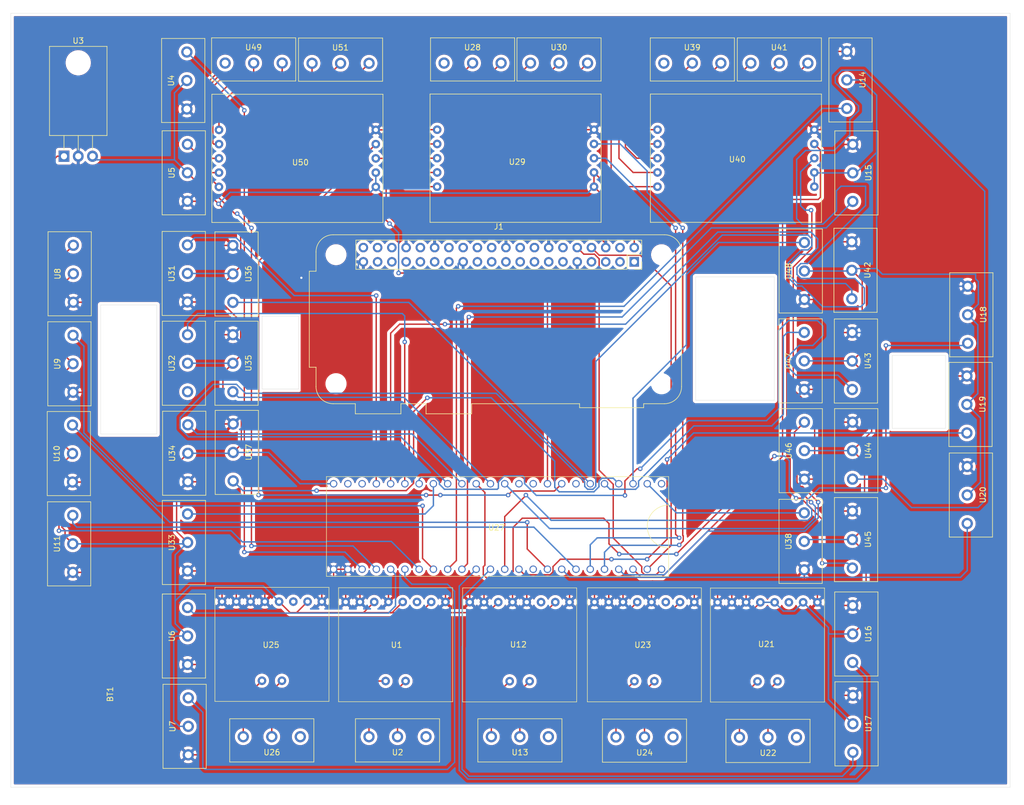
<source format=kicad_pcb>
(kicad_pcb (version 20171130) (host pcbnew "(5.1.6)-1")
  (layers (0 F.Cu signal) (31 B.Cu signal) (34 B.Paste user) (35 F.Paste user) (36 B.SilkS user) (37 F.SilkS user) (38 B.Mask user) (39 F.Mask user) (44 Edge.Cuts user))
  (net 0 "")
  (net 1 "Net-(BT1-Pad1)")
  (net 2 GND1)
  (net 3 "Net-(J1-Pad3)")
  (net 4 "Net-(J1-Pad15)")
  (net 5 "Net-(J1-Pad16)")
  (net 6 "Net-(J1-Pad4)")
  (net 7 "Net-(J1-Pad5)")
  (net 8 +5V)
  (net 9 "Net-(J1-Pad1)")
  (net 10 "Net-(J1-Pad23)")
  (net 11 "Net-(J1-Pad24)")
  (net 12 "Net-(J1-Pad11)")
  (net 13 "Net-(J1-Pad12)")
  (net 14 "Net-(J1-Pad27)")
  (net 15 "Net-(J1-Pad28)")
  (net 16 "Net-(J1-Pad13)")
  (net 17 "Net-(J1-Pad10)")
  (net 18 "Net-(J1-Pad19)")
  (net 19 "Net-(J1-Pad37)")
  (net 20 "Net-(J1-Pad38)")
  (net 21 "Net-(J1-Pad33)")
  (net 22 "Net-(J1-Pad35)")
  (net 23 "Net-(J1-Pad36)")
  (net 24 "Net-(J1-Pad17)")
  (net 25 "Net-(J1-Pad18)")
  (net 26 "Net-(J1-Pad31)")
  (net 27 "Net-(J1-Pad32)")
  (net 28 "Net-(J1-Pad7)")
  (net 29 "Net-(J1-Pad8)")
  (net 30 "Net-(J1-Pad29)")
  (net 31 "Net-(J1-Pad21)")
  (net 32 "Net-(J1-Pad22)")
  (net 33 "Net-(J1-Pad26)")
  (net 34 "Net-(J1-Pad40)")
  (net 35 "Net-(U1-Pad3)")
  (net 36 "Net-(U1-Pad9)")
  (net 37 "Net-(U1-Pad10)")
  (net 38 "Net-(U2-Pad3)")
  (net 39 1)
  (net 40 2)
  (net 41 3)
  (net 42 4)
  (net 43 5)
  (net 44 6)
  (net 45 13)
  (net 46 15)
  (net 47 "Net-(U12-Pad10)")
  (net 48 "Net-(U12-Pad9)")
  (net 49 "Net-(U12-Pad3)")
  (net 50 "Net-(U13-Pad3)")
  (net 51 7)
  (net 52 8)
  (net 53 9)
  (net 54 10)
  (net 55 11)
  (net 56 12)
  (net 57 14)
  (net 58 "Net-(U21-Pad3)")
  (net 59 "Net-(U21-Pad9)")
  (net 60 "Net-(U21-Pad10)")
  (net 61 "Net-(U22-Pad3)")
  (net 62 "Net-(U23-Pad10)")
  (net 63 "Net-(U23-Pad9)")
  (net 64 "Net-(U23-Pad3)")
  (net 65 "Net-(U24-Pad3)")
  (net 66 "Net-(U25-Pad3)")
  (net 67 "Net-(U25-Pad9)")
  (net 68 "Net-(U25-Pad10)")
  (net 69 "Net-(U26-Pad3)")
  (net 70 19)
  (net 71 18)
  (net 72 17)
  (net 73 16)
  (net 74 "Net-(U27-Pad47)")
  (net 75 "Net-(U27-Pad33)")
  (net 76 "Net-(U27-Pad34)")
  (net 77 "Net-(U27-Pad35)")
  (net 78 "Net-(U27-Pad36)")
  (net 79 "Net-(U27-Pad37)")
  (net 80 "Net-(U27-Pad38)")
  (net 81 "Net-(U27-Pad39)")
  (net 82 21)
  (net 83 20)
  (net 84 "Net-(U27-Pad43)")
  (net 85 "Net-(U27-Pad13)")
  (net 86 "Net-(U27-Pad14)")
  (net 87 "Net-(U27-Pad15)")
  (net 88 "Net-(U27-Pad16)")
  (net 89 "Net-(U27-Pad17)")
  (net 90 "Net-(U27-Pad18)")
  (net 91 "Net-(U27-Pad19)")
  (net 92 "Net-(U27-Pad20)")
  (net 93 "Net-(U27-Pad21)")
  (net 94 "Net-(U27-Pad22)")
  (net 95 "Net-(U27-Pad23)")
  (net 96 "Net-(U27-Pad42)")
  (net 97 "Net-(U27-Pad41)")
  (net 98 "Net-(U28-Pad1)")
  (net 99 "Net-(U28-Pad2)")
  (net 100 "Net-(U28-Pad3)")
  (net 101 "Net-(U29-Pad2)")
  (net 102 "Net-(U29-Pad3)")
  (net 103 "Net-(U29-Pad1)")
  (net 104 "Net-(U32-Pad3)")
  (net 105 "Net-(U39-Pad1)")
  (net 106 "Net-(U39-Pad2)")
  (net 107 "Net-(U39-Pad3)")
  (net 108 "Net-(U40-Pad1)")
  (net 109 "Net-(U40-Pad3)")
  (net 110 "Net-(U40-Pad2)")
  (net 111 "Net-(U49-Pad1)")
  (net 112 "Net-(U49-Pad2)")
  (net 113 "Net-(U49-Pad3)")
  (net 114 "Net-(U50-Pad2)")
  (net 115 "Net-(U50-Pad3)")
  (net 116 "Net-(U50-Pad1)")
  (module Launchbox:MAX31850 (layer F.Cu) (at 179.855 155.595 180)
    (fp_text reference U23 (at 0.29 -0.02) (layer F.SilkS))
    (fp_text value MAX31850)
    (pad 10 thru_hole circle (at -1.778 -6.477 180) (size 1.524 1.524) (drill 0.762) (layers *.Cu *.Mask) (net 62 "Net-(U23-Pad10)"))
    (pad 9 thru_hole circle (at 1.778 -6.477 180) (size 1.524 1.524) (drill 0.762) (layers *.Cu *.Mask) (net 63 "Net-(U23-Pad9)"))
    (pad 8 thru_hole circle (at 8.89 7.62 180) (size 1.524 1.524) (drill 0.762) (layers *.Cu *.Mask) (net 2 GND1))
    (pad 7 thru_hole circle (at 6.35 7.62 180) (size 1.524 1.524) (drill 0.762) (layers *.Cu *.Mask) (net 2 GND1))
    (pad 6 thru_hole circle (at 3.81 7.62 180) (size 1.524 1.524) (drill 0.762) (layers *.Cu *.Mask) (net 2 GND1))
    (pad 5 thru_hole circle (at 1.27 7.62 180) (size 1.524 1.524) (drill 0.762) (layers *.Cu *.Mask) (net 8 +5V))
    (pad 4 thru_hole circle (at -1.27 7.62 180) (size 1.524 1.524) (drill 0.762) (layers *.Cu *.Mask) (net 2 GND1))
    (pad 3 thru_hole circle (at -3.81 7.62 180) (size 1.524 1.524) (drill 0.762) (layers *.Cu *.Mask) (net 64 "Net-(U23-Pad3)"))
    (pad 2 thru_hole circle (at -6.35 7.62 180) (size 1.524 1.524) (drill 0.762) (layers *.Cu *.Mask) (net 8 +5V))
    (pad 1 thru_hole circle (at -8.89 7.62 180) (size 1.524 1.524) (drill 0.762) (layers *.Cu *.Mask) (net 2 GND1))
  )
  (module "Launchbox:Teensy 3.6" (layer F.Cu) (at 153.7 134.5 180)
    (fp_text reference U27 (at 0.18 -0.21) (layer F.SilkS))
    (fp_text value Teensy3.6)
    (pad 32 thru_hole circle (at -29.21 -7.62 180) (size 1.3208 1.3208) (drill 0.9398) (layers *.Cu *.Mask) (net 17 "Net-(J1-Pad10)"))
    (pad 31 thru_hole circle (at -26.67 -7.62 180) (size 1.3208 1.3208) (drill 0.9398) (layers *.Cu *.Mask) (net 29 "Net-(J1-Pad8)"))
    (pad 30 thru_hole circle (at -24.13 -7.62 180) (size 1.3208 1.3208) (drill 0.9398) (layers *.Cu *.Mask) (net 70 19))
    (pad 29 thru_hole circle (at -21.59 -7.62 180) (size 1.3208 1.3208) (drill 0.9398) (layers *.Cu *.Mask) (net 71 18))
    (pad 28 thru_hole circle (at -19.05 -7.62 180) (size 1.3208 1.3208) (drill 0.9398) (layers *.Cu *.Mask) (net 72 17))
    (pad 27 thru_hole circle (at -16.51 -7.62 180) (size 1.3208 1.3208) (drill 0.9398) (layers *.Cu *.Mask) (net 73 16))
    (pad 26 thru_hole circle (at -13.97 -7.62 180) (size 1.3208 1.3208) (drill 0.9398) (layers *.Cu *.Mask) (net 46 15))
    (pad 25 thru_hole circle (at -11.43 -7.62 180) (size 1.3208 1.3208) (drill 0.9398) (layers *.Cu *.Mask) (net 57 14))
    (pad 24 thru_hole circle (at -8.89 -7.62 180) (size 1.3208 1.3208) (drill 0.9398) (layers *.Cu *.Mask) (net 45 13))
    (pad 47 thru_hole circle (at -6.35 -7.62 180) (size 1.3208 1.3208) (drill 0.9398) (layers *.Cu *.Mask) (net 74 "Net-(U27-Pad47)"))
    (pad 12 thru_hole circle (at -3.81 -7.62 180) (size 1.3208 1.3208) (drill 0.9398) (layers *.Cu *.Mask) (net 56 12))
    (pad 11 thru_hole circle (at -1.27 -7.62 180) (size 1.3208 1.3208) (drill 0.9398) (layers *.Cu *.Mask) (net 55 11))
    (pad 10 thru_hole circle (at 1.27 -7.62 180) (size 1.3208 1.3208) (drill 0.9398) (layers *.Cu *.Mask) (net 54 10))
    (pad 9 thru_hole circle (at 3.81 -7.62 180) (size 1.3208 1.3208) (drill 0.9398) (layers *.Cu *.Mask) (net 53 9))
    (pad 8 thru_hole circle (at 6.35 -7.62 180) (size 1.3208 1.3208) (drill 0.9398) (layers *.Cu *.Mask) (net 52 8))
    (pad 7 thru_hole circle (at 8.89 -7.62 180) (size 1.3208 1.3208) (drill 0.9398) (layers *.Cu *.Mask) (net 51 7))
    (pad 6 thru_hole circle (at 11.43 -7.62 180) (size 1.3208 1.3208) (drill 0.9398) (layers *.Cu *.Mask) (net 44 6))
    (pad 5 thru_hole circle (at 13.97 -7.62 180) (size 1.3208 1.3208) (drill 0.9398) (layers *.Cu *.Mask) (net 43 5))
    (pad 4 thru_hole circle (at 16.51 -7.62 180) (size 1.3208 1.3208) (drill 0.9398) (layers *.Cu *.Mask) (net 42 4))
    (pad 3 thru_hole circle (at 19.05 -7.62 180) (size 1.3208 1.3208) (drill 0.9398) (layers *.Cu *.Mask) (net 41 3))
    (pad 2 thru_hole circle (at 21.59 -7.62 180) (size 1.3208 1.3208) (drill 0.9398) (layers *.Cu *.Mask) (net 40 2))
    (pad 1 thru_hole circle (at 24.13 -7.62 180) (size 1.3208 1.3208) (drill 0.9398) (layers *.Cu *.Mask) (net 39 1))
    (pad 0 thru_hole circle (at 26.67 -7.62 180) (size 1.3208 1.3208) (drill 0.9398) (layers *.Cu *.Mask) (net 2 GND1))
    (pad 46 thru_hole circle (at 29.21 -7.62 180) (size 1.3208 1.3208) (drill 0.9398) (layers *.Cu *.Mask) (net 2 GND1))
    (pad 33 thru_hole circle (at -29.21 7.62 180) (size 1.3208 1.3208) (drill 0.9398) (layers *.Cu *.Mask) (net 75 "Net-(U27-Pad33)"))
    (pad 34 thru_hole circle (at -26.67 7.62 180) (size 1.3208 1.3208) (drill 0.9398) (layers *.Cu *.Mask) (net 76 "Net-(U27-Pad34)"))
    (pad 35 thru_hole circle (at -24.13 7.62 180) (size 1.3208 1.3208) (drill 0.9398) (layers *.Cu *.Mask) (net 77 "Net-(U27-Pad35)"))
    (pad 36 thru_hole circle (at -21.59 7.62 180) (size 1.3208 1.3208) (drill 0.9398) (layers *.Cu *.Mask) (net 78 "Net-(U27-Pad36)"))
    (pad 37 thru_hole circle (at -19.05 7.62 180) (size 1.3208 1.3208) (drill 0.9398) (layers *.Cu *.Mask) (net 79 "Net-(U27-Pad37)"))
    (pad 38 thru_hole circle (at -16.51 7.62 180) (size 1.3208 1.3208) (drill 0.9398) (layers *.Cu *.Mask) (net 80 "Net-(U27-Pad38)"))
    (pad 39 thru_hole circle (at -13.97 7.62 180) (size 1.3208 1.3208) (drill 0.9398) (layers *.Cu *.Mask) (net 81 "Net-(U27-Pad39)"))
    (pad 45 thru_hole circle (at -11.43 7.62 180) (size 1.3208 1.3208) (drill 0.9398) (layers *.Cu *.Mask) (net 82 21))
    (pad 44 thru_hole circle (at -8.89 7.62 180) (size 1.3208 1.3208) (drill 0.9398) (layers *.Cu *.Mask) (net 83 20))
    (pad 43 thru_hole circle (at -6.35 7.62 180) (size 1.3208 1.3208) (drill 0.9398) (layers *.Cu *.Mask) (net 84 "Net-(U27-Pad43)"))
    (pad 13 thru_hole circle (at -3.81 7.62 180) (size 1.3208 1.3208) (drill 0.9398) (layers *.Cu *.Mask) (net 85 "Net-(U27-Pad13)"))
    (pad 14 thru_hole circle (at -1.27 7.62 180) (size 1.3208 1.3208) (drill 0.9398) (layers *.Cu *.Mask) (net 86 "Net-(U27-Pad14)"))
    (pad 15 thru_hole circle (at 1.27 7.62 180) (size 1.3208 1.3208) (drill 0.9398) (layers *.Cu *.Mask) (net 87 "Net-(U27-Pad15)"))
    (pad 16 thru_hole circle (at 3.81 7.62 180) (size 1.3208 1.3208) (drill 0.9398) (layers *.Cu *.Mask) (net 88 "Net-(U27-Pad16)"))
    (pad 17 thru_hole circle (at 6.35 7.62 180) (size 1.3208 1.3208) (drill 0.9398) (layers *.Cu *.Mask) (net 89 "Net-(U27-Pad17)"))
    (pad 18 thru_hole circle (at 8.89 7.62 180) (size 1.3208 1.3208) (drill 0.9398) (layers *.Cu *.Mask) (net 90 "Net-(U27-Pad18)"))
    (pad 19 thru_hole circle (at 11.43 7.62 180) (size 1.3208 1.3208) (drill 0.9398) (layers *.Cu *.Mask) (net 91 "Net-(U27-Pad19)"))
    (pad 20 thru_hole circle (at 13.97 7.62 180) (size 1.3208 1.3208) (drill 0.9398) (layers *.Cu *.Mask) (net 92 "Net-(U27-Pad20)"))
    (pad 21 thru_hole circle (at 16.51 7.62 180) (size 1.3208 1.3208) (drill 0.9398) (layers *.Cu *.Mask) (net 93 "Net-(U27-Pad21)"))
    (pad 22 thru_hole circle (at 19.05 7.62 180) (size 1.3208 1.3208) (drill 0.9398) (layers *.Cu *.Mask) (net 94 "Net-(U27-Pad22)"))
    (pad 23 thru_hole circle (at 21.59 7.62 180) (size 1.3208 1.3208) (drill 0.9398) (layers *.Cu *.Mask) (net 95 "Net-(U27-Pad23)"))
    (pad 42 thru_hole circle (at 24.13 7.62 180) (size 1.3208 1.3208) (drill 0.9398) (layers *.Cu *.Mask) (net 96 "Net-(U27-Pad42)"))
    (pad 41 thru_hole circle (at 26.67 7.62 180) (size 1.3208 1.3208) (drill 0.9398) (layers *.Cu *.Mask) (net 97 "Net-(U27-Pad41)"))
    (pad 40 thru_hole circle (at 29.21 7.62 180) (size 1.3208 1.3208) (drill 0.9398) (layers *.Cu *.Mask) (net 8 +5V))
  )
  (module Module:Raspberry_Pi_Zero_Socketed_THT_FaceDown_MountingHoles (layer F.Cu) (at 178.05 87.325 270)
    (fp_text reference J1 (at -6.27 24.13) (layer F.SilkS))
    (fp_text value Raspberry_Pi_2_3)
    (pad 6 thru_hole oval (at -2.54 5.08 270) (size 1.7 1.7) (drill 1) (layers *.Cu *.Mask) (net 2 GND1))
    (pad 3 thru_hole oval (at 0 2.54 270) (size 1.7 1.7) (drill 1) (layers *.Cu *.Mask) (net 3 "Net-(J1-Pad3)"))
    (pad 15 thru_hole oval (at 0 17.78 270) (size 1.7 1.7) (drill 1) (layers *.Cu *.Mask) (net 4 "Net-(J1-Pad15)"))
    (pad 16 thru_hole oval (at -2.54 17.78 270) (size 1.7 1.7) (drill 1) (layers *.Cu *.Mask) (net 5 "Net-(J1-Pad16)"))
    (pad 4 thru_hole oval (at -2.54 2.54 270) (size 1.7 1.7) (drill 1) (layers *.Cu *.Mask) (net 6 "Net-(J1-Pad4)"))
    (pad 5 thru_hole oval (at 0 5.08 270) (size 1.7 1.7) (drill 1) (layers *.Cu *.Mask) (net 7 "Net-(J1-Pad5)"))
    (pad 2 thru_hole oval (at -2.54 0 270) (size 1.7 1.7) (drill 1) (layers *.Cu *.Mask) (net 8 +5V))
    (pad 1 thru_hole rect (at 0 0 270) (size 1.7 1.7) (drill 1) (layers *.Cu *.Mask) (net 9 "Net-(J1-Pad1)"))
    (pad 23 thru_hole oval (at 0 27.94 270) (size 1.7 1.7) (drill 1) (layers *.Cu *.Mask) (net 10 "Net-(J1-Pad23)"))
    (pad 24 thru_hole oval (at -2.54 27.94 270) (size 1.7 1.7) (drill 1) (layers *.Cu *.Mask) (net 11 "Net-(J1-Pad24)"))
    (pad 11 thru_hole oval (at 0 12.7 270) (size 1.7 1.7) (drill 1) (layers *.Cu *.Mask) (net 12 "Net-(J1-Pad11)"))
    (pad 12 thru_hole oval (at -2.54 12.7 270) (size 1.7 1.7) (drill 1) (layers *.Cu *.Mask) (net 13 "Net-(J1-Pad12)"))
    (pad 27 thru_hole oval (at 0 33.02 270) (size 1.7 1.7) (drill 1) (layers *.Cu *.Mask) (net 14 "Net-(J1-Pad27)"))
    (pad 28 thru_hole oval (at -2.54 33.02 270) (size 1.7 1.7) (drill 1) (layers *.Cu *.Mask) (net 15 "Net-(J1-Pad28)"))
    (pad 13 thru_hole oval (at 0 15.24 270) (size 1.7 1.7) (drill 1) (layers *.Cu *.Mask) (net 16 "Net-(J1-Pad13)"))
    (pad 14 thru_hole oval (at -2.54 15.24 270) (size 1.7 1.7) (drill 1) (layers *.Cu *.Mask) (net 2 GND1))
    (pad 9 thru_hole oval (at 0 10.16 270) (size 1.7 1.7) (drill 1) (layers *.Cu *.Mask) (net 2 GND1))
    (pad 10 thru_hole oval (at -2.54 10.16 270) (size 1.7 1.7) (drill 1) (layers *.Cu *.Mask) (net 17 "Net-(J1-Pad10)"))
    (pad 19 thru_hole oval (at 0 22.86 270) (size 1.7 1.7) (drill 1) (layers *.Cu *.Mask) (net 18 "Net-(J1-Pad19)"))
    (pad 20 thru_hole oval (at -2.54 22.86 270) (size 1.7 1.7) (drill 1) (layers *.Cu *.Mask) (net 2 GND1))
    (pad 37 thru_hole oval (at 0 45.72 270) (size 1.7 1.7) (drill 1) (layers *.Cu *.Mask) (net 19 "Net-(J1-Pad37)"))
    (pad 38 thru_hole oval (at -2.54 45.72 270) (size 1.7 1.7) (drill 1) (layers *.Cu *.Mask) (net 20 "Net-(J1-Pad38)"))
    (pad 33 thru_hole oval (at 0 40.64 270) (size 1.7 1.7) (drill 1) (layers *.Cu *.Mask) (net 21 "Net-(J1-Pad33)"))
    (pad 34 thru_hole oval (at -2.54 40.64 270) (size 1.7 1.7) (drill 1) (layers *.Cu *.Mask) (net 2 GND1))
    (pad 35 thru_hole oval (at 0 43.18 270) (size 1.7 1.7) (drill 1) (layers *.Cu *.Mask) (net 22 "Net-(J1-Pad35)"))
    (pad 36 thru_hole oval (at -2.54 43.18 270) (size 1.7 1.7) (drill 1) (layers *.Cu *.Mask) (net 23 "Net-(J1-Pad36)"))
    (pad 17 thru_hole oval (at 0 20.32 270) (size 1.7 1.7) (drill 1) (layers *.Cu *.Mask) (net 24 "Net-(J1-Pad17)"))
    (pad 18 thru_hole oval (at -2.54 20.32 270) (size 1.7 1.7) (drill 1) (layers *.Cu *.Mask) (net 25 "Net-(J1-Pad18)"))
    (pad 31 thru_hole oval (at 0 38.1 270) (size 1.7 1.7) (drill 1) (layers *.Cu *.Mask) (net 26 "Net-(J1-Pad31)"))
    (pad 32 thru_hole oval (at -2.54 38.1 270) (size 1.7 1.7) (drill 1) (layers *.Cu *.Mask) (net 27 "Net-(J1-Pad32)"))
    (pad 7 thru_hole oval (at 0 7.62 270) (size 1.7 1.7) (drill 1) (layers *.Cu *.Mask) (net 28 "Net-(J1-Pad7)"))
    (pad 8 thru_hole oval (at -2.54 7.62 270) (size 1.7 1.7) (drill 1) (layers *.Cu *.Mask) (net 29 "Net-(J1-Pad8)"))
    (pad 29 thru_hole oval (at 0 35.56 270) (size 1.7 1.7) (drill 1) (layers *.Cu *.Mask) (net 30 "Net-(J1-Pad29)"))
    (pad 30 thru_hole oval (at -2.54 35.56 270) (size 1.7 1.7) (drill 1) (layers *.Cu *.Mask) (net 2 GND1))
    (pad 21 thru_hole oval (at 0 25.4 270) (size 1.7 1.7) (drill 1) (layers *.Cu *.Mask) (net 31 "Net-(J1-Pad21)"))
    (pad 22 thru_hole oval (at -2.54 25.4 270) (size 1.7 1.7) (drill 1) (layers *.Cu *.Mask) (net 32 "Net-(J1-Pad22)"))
    (pad 25 thru_hole oval (at 0 30.48 270) (size 1.7 1.7) (drill 1) (layers *.Cu *.Mask) (net 2 GND1))
    (pad 26 thru_hole oval (at -2.54 30.48 270) (size 1.7 1.7) (drill 1) (layers *.Cu *.Mask) (net 33 "Net-(J1-Pad26)"))
    (pad 39 thru_hole oval (at 0 48.26 270) (size 1.7 1.7) (drill 1) (layers *.Cu *.Mask) (net 2 GND1))
    (pad 40 thru_hole oval (at -2.54 48.26 270) (size 1.7 1.7) (drill 1) (layers *.Cu *.Mask) (net 34 "Net-(J1-Pad40)"))
    (pad "" np_thru_hole circle (at -1.27 -4.87) (size 2.75 2.75) (drill 2.75) (layers *.Cu *.Mask))
    (pad "" np_thru_hole circle (at 21.73 53.13) (size 2.75 2.75) (drill 2.75) (layers *.Cu *.Mask))
    (pad "" np_thru_hole circle (at 21.73 -4.87) (size 2.75 2.75) (drill 2.75) (layers *.Cu *.Mask))
    (pad "" np_thru_hole circle (at -1.27 53.13) (size 2.75 2.75) (drill 2.75) (layers *.Cu *.Mask))
  )
  (module Launchbox:ScrewTerminals (layer F.Cu) (at 208.365 88.955 270)
    (fp_text reference U48 (at 0.02 2.794 90) (layer F.SilkS))
    (fp_text value SerialScrewTerminals)
    (pad 3 thru_hole circle (at 5.08 0 270) (size 2 2) (drill 1.2) (layers *.Cu *.Mask) (net 2 GND1))
    (pad 2 thru_hole circle (at 0 0 270) (size 2 2) (drill 1.2) (layers *.Cu *.Mask) (net 8 +5V))
    (pad 1 thru_hole circle (at -5.08 0 270) (size 2 2) (drill 1.2) (layers *.Cu *.Mask) (net 77 "Net-(U27-Pad35)"))
  )
  (module Launchbox:ScrewTerminals (layer F.Cu) (at 216.89 105.005 90)
    (fp_text reference U43 (at 0.02 2.794 90) (layer F.SilkS))
    (fp_text value SerialScrewTerminals)
    (pad 1 thru_hole circle (at -5.08 0 90) (size 2 2) (drill 1.2) (layers *.Cu *.Mask) (net 92 "Net-(U27-Pad20)"))
    (pad 2 thru_hole circle (at 0 0 90) (size 2 2) (drill 1.2) (layers *.Cu *.Mask) (net 8 +5V))
    (pad 3 thru_hole circle (at 5.08 0 90) (size 2 2) (drill 1.2) (layers *.Cu *.Mask) (net 2 GND1))
  )
  (module Launchbox:ScrewTerminals (layer F.Cu) (at 216.815 88.83 90)
    (fp_text reference U42 (at 0.02 2.794 90) (layer F.SilkS))
    (fp_text value SerialScrewTerminals)
    (pad 3 thru_hole circle (at 5.08 0 90) (size 2 2) (drill 1.2) (layers *.Cu *.Mask) (net 2 GND1))
    (pad 2 thru_hole circle (at 0 0 90) (size 2 2) (drill 1.2) (layers *.Cu *.Mask) (net 8 +5V))
    (pad 1 thru_hole circle (at -5.08 0 90) (size 2 2) (drill 1.2) (layers *.Cu *.Mask) (net 94 "Net-(U27-Pad22)"))
  )
  (module Launchbox:Lipo_Battery_Connector (layer F.Cu) (at 77.91 164.61 90)
    (fp_text reference BT1 (at 0.21 6.78 90) (layer F.SilkS))
    (fp_text value Battery_Cell)
    (pad 1 smd rect (at -7.62 0 90) (size 9.525 9.525) (layers F.Cu F.Paste F.Mask) (net 1 "Net-(BT1-Pad1)"))
    (pad 2 smd rect (at 7.62 0 90) (size 9.525 9.525) (layers F.Cu F.Paste F.Mask) (net 2 GND1))
  )
  (module Launchbox:MAX31850 (layer F.Cu) (at 135.535 155.575 180)
    (fp_text reference U1 (at -0.17 -0.04) (layer F.SilkS))
    (fp_text value MAX31850)
    (pad 1 thru_hole circle (at -8.89 7.62 180) (size 1.524 1.524) (drill 0.762) (layers *.Cu *.Mask) (net 2 GND1))
    (pad 2 thru_hole circle (at -6.35 7.62 180) (size 1.524 1.524) (drill 0.762) (layers *.Cu *.Mask) (net 8 +5V))
    (pad 3 thru_hole circle (at -3.81 7.62 180) (size 1.524 1.524) (drill 0.762) (layers *.Cu *.Mask) (net 35 "Net-(U1-Pad3)"))
    (pad 4 thru_hole circle (at -1.27 7.62 180) (size 1.524 1.524) (drill 0.762) (layers *.Cu *.Mask) (net 8 +5V))
    (pad 5 thru_hole circle (at 1.27 7.62 180) (size 1.524 1.524) (drill 0.762) (layers *.Cu *.Mask) (net 2 GND1))
    (pad 6 thru_hole circle (at 3.81 7.62 180) (size 1.524 1.524) (drill 0.762) (layers *.Cu *.Mask) (net 8 +5V))
    (pad 7 thru_hole circle (at 6.35 7.62 180) (size 1.524 1.524) (drill 0.762) (layers *.Cu *.Mask) (net 2 GND1))
    (pad 8 thru_hole circle (at 8.89 7.62 180) (size 1.524 1.524) (drill 0.762) (layers *.Cu *.Mask) (net 2 GND1))
    (pad 9 thru_hole circle (at 1.778 -6.477 180) (size 1.524 1.524) (drill 0.762) (layers *.Cu *.Mask) (net 36 "Net-(U1-Pad9)"))
    (pad 10 thru_hole circle (at -1.778 -6.477 180) (size 1.524 1.524) (drill 0.762) (layers *.Cu *.Mask) (net 37 "Net-(U1-Pad10)"))
  )
  (module Launchbox:ScrewTerminals (layer F.Cu) (at 135.875 171.975)
    (fp_text reference U2 (at 0.02 2.794) (layer F.SilkS))
    (fp_text value SerialScrewTerminals)
    (pad 3 thru_hole circle (at 5.08 0) (size 2 2) (drill 1.2) (layers *.Cu *.Mask) (net 38 "Net-(U2-Pad3)"))
    (pad 2 thru_hole circle (at 0 0) (size 2 2) (drill 1.2) (layers *.Cu *.Mask) (net 37 "Net-(U1-Pad10)"))
    (pad 1 thru_hole circle (at -5.08 0) (size 2 2) (drill 1.2) (layers *.Cu *.Mask) (net 36 "Net-(U1-Pad9)"))
  )
  (module Package_TO_SOT_THT:TO-220-3_Horizontal_TabDown (layer F.Cu) (at 76.46 68.5)
    (fp_text reference U3 (at 2.54 -20.58) (layer F.SilkS))
    (fp_text value L7805)
    (pad "" np_thru_hole oval (at 2.54 -16.66) (size 3.5 3.5) (drill 3.5) (layers *.Cu *.Mask))
    (pad 1 thru_hole rect (at 0 0) (size 1.905 2) (drill 1.1) (layers *.Cu *.Mask) (net 1 "Net-(BT1-Pad1)"))
    (pad 2 thru_hole oval (at 2.54 0) (size 1.905 2) (drill 1.1) (layers *.Cu *.Mask) (net 2 GND1))
    (pad 3 thru_hole oval (at 5.08 0) (size 1.905 2) (drill 1.1) (layers *.Cu *.Mask) (net 8 +5V))
  )
  (module Launchbox:ScrewTerminals (layer F.Cu) (at 98.35 55 270)
    (fp_text reference U4 (at 0.02 2.794 90) (layer F.SilkS))
    (fp_text value SerialScrewTerminals)
    (pad 3 thru_hole circle (at 5.08 0 270) (size 2 2) (drill 1.2) (layers *.Cu *.Mask) (net 2 GND1))
    (pad 2 thru_hole circle (at 0 0 270) (size 2 2) (drill 1.2) (layers *.Cu *.Mask) (net 8 +5V))
    (pad 1 thru_hole circle (at -5.08 0 270) (size 2 2) (drill 1.2) (layers *.Cu *.Mask) (net 39 1))
  )
  (module Launchbox:ScrewTerminals (layer F.Cu) (at 98.45 71.45 270)
    (fp_text reference U5 (at 0.02 2.794 90) (layer F.SilkS))
    (fp_text value SerialScrewTerminals)
    (pad 1 thru_hole circle (at -5.08 0 270) (size 2 2) (drill 1.2) (layers *.Cu *.Mask) (net 40 2))
    (pad 2 thru_hole circle (at 0 0 270) (size 2 2) (drill 1.2) (layers *.Cu *.Mask) (net 8 +5V))
    (pad 3 thru_hole circle (at 5.08 0 270) (size 2 2) (drill 1.2) (layers *.Cu *.Mask) (net 2 GND1))
  )
  (module Launchbox:ScrewTerminals (layer F.Cu) (at 98.475 154.025 270)
    (fp_text reference U6 (at 0.02 2.794 90) (layer F.SilkS))
    (fp_text value SerialScrewTerminals)
    (pad 3 thru_hole circle (at 5.08 0 270) (size 2 2) (drill 1.2) (layers *.Cu *.Mask) (net 2 GND1))
    (pad 2 thru_hole circle (at 0 0 270) (size 2 2) (drill 1.2) (layers *.Cu *.Mask) (net 8 +5V))
    (pad 1 thru_hole circle (at -5.08 0 270) (size 2 2) (drill 1.2) (layers *.Cu *.Mask) (net 41 3))
  )
  (module Launchbox:ScrewTerminals (layer F.Cu) (at 98.6 170.125 270)
    (fp_text reference U7 (at 0.02 2.794 90) (layer F.SilkS))
    (fp_text value SerialScrewTerminals)
    (pad 1 thru_hole circle (at -5.08 0 270) (size 2 2) (drill 1.2) (layers *.Cu *.Mask) (net 42 4))
    (pad 2 thru_hole circle (at 0 0 270) (size 2 2) (drill 1.2) (layers *.Cu *.Mask) (net 8 +5V))
    (pad 3 thru_hole circle (at 5.08 0 270) (size 2 2) (drill 1.2) (layers *.Cu *.Mask) (net 2 GND1))
  )
  (module Launchbox:ScrewTerminals (layer F.Cu) (at 78.125 89.45 270)
    (fp_text reference U8 (at 0.02 2.794 90) (layer F.SilkS))
    (fp_text value SerialScrewTerminals)
    (pad 3 thru_hole circle (at 5.08 0 270) (size 2 2) (drill 1.2) (layers *.Cu *.Mask) (net 2 GND1))
    (pad 2 thru_hole circle (at 0 0 270) (size 2 2) (drill 1.2) (layers *.Cu *.Mask) (net 8 +5V))
    (pad 1 thru_hole circle (at -5.08 0 270) (size 2 2) (drill 1.2) (layers *.Cu *.Mask) (net 43 5))
  )
  (module Launchbox:ScrewTerminals (layer F.Cu) (at 78.075 105.5 270)
    (fp_text reference U9 (at 0.02 2.794 90) (layer F.SilkS))
    (fp_text value SerialScrewTerminals)
    (pad 1 thru_hole circle (at -5.08 0 270) (size 2 2) (drill 1.2) (layers *.Cu *.Mask) (net 44 6))
    (pad 2 thru_hole circle (at 0 0 270) (size 2 2) (drill 1.2) (layers *.Cu *.Mask) (net 8 +5V))
    (pad 3 thru_hole circle (at 5.08 0 270) (size 2 2) (drill 1.2) (layers *.Cu *.Mask) (net 2 GND1))
  )
  (module Launchbox:ScrewTerminals (layer F.Cu) (at 77.975 121.5 270)
    (fp_text reference U10 (at 0.02 2.794 90) (layer F.SilkS))
    (fp_text value SerialScrewTerminals)
    (pad 3 thru_hole circle (at 5.08 0 270) (size 2 2) (drill 1.2) (layers *.Cu *.Mask) (net 2 GND1))
    (pad 2 thru_hole circle (at 0 0 270) (size 2 2) (drill 1.2) (layers *.Cu *.Mask) (net 8 +5V))
    (pad 1 thru_hole circle (at -5.08 0 270) (size 2 2) (drill 1.2) (layers *.Cu *.Mask) (net 45 13))
  )
  (module Launchbox:ScrewTerminals (layer F.Cu) (at 78.025 137.6 270)
    (fp_text reference U11 (at 0.02 2.794 90) (layer F.SilkS))
    (fp_text value SerialScrewTerminals)
    (pad 3 thru_hole circle (at 5.08 0 270) (size 2 2) (drill 1.2) (layers *.Cu *.Mask) (net 2 GND1))
    (pad 2 thru_hole circle (at 0 0 270) (size 2 2) (drill 1.2) (layers *.Cu *.Mask) (net 8 +5V))
    (pad 1 thru_hole circle (at -5.08 0 270) (size 2 2) (drill 1.2) (layers *.Cu *.Mask) (net 46 15))
  )
  (module Launchbox:MAX31850 (layer F.Cu) (at 157.635 155.605 180)
    (fp_text reference U12 (at 0.23 0.06) (layer F.SilkS))
    (fp_text value MAX31850)
    (pad 10 thru_hole circle (at -1.778 -6.477 180) (size 1.524 1.524) (drill 0.762) (layers *.Cu *.Mask) (net 47 "Net-(U12-Pad10)"))
    (pad 9 thru_hole circle (at 1.778 -6.477 180) (size 1.524 1.524) (drill 0.762) (layers *.Cu *.Mask) (net 48 "Net-(U12-Pad9)"))
    (pad 8 thru_hole circle (at 8.89 7.62 180) (size 1.524 1.524) (drill 0.762) (layers *.Cu *.Mask) (net 2 GND1))
    (pad 7 thru_hole circle (at 6.35 7.62 180) (size 1.524 1.524) (drill 0.762) (layers *.Cu *.Mask) (net 2 GND1))
    (pad 6 thru_hole circle (at 3.81 7.62 180) (size 1.524 1.524) (drill 0.762) (layers *.Cu *.Mask) (net 8 +5V))
    (pad 5 thru_hole circle (at 1.27 7.62 180) (size 1.524 1.524) (drill 0.762) (layers *.Cu *.Mask) (net 2 GND1))
    (pad 4 thru_hole circle (at -1.27 7.62 180) (size 1.524 1.524) (drill 0.762) (layers *.Cu *.Mask) (net 2 GND1))
    (pad 3 thru_hole circle (at -3.81 7.62 180) (size 1.524 1.524) (drill 0.762) (layers *.Cu *.Mask) (net 49 "Net-(U12-Pad3)"))
    (pad 2 thru_hole circle (at -6.35 7.62 180) (size 1.524 1.524) (drill 0.762) (layers *.Cu *.Mask) (net 8 +5V))
    (pad 1 thru_hole circle (at -8.89 7.62 180) (size 1.524 1.524) (drill 0.762) (layers *.Cu *.Mask) (net 2 GND1))
  )
  (module Launchbox:ScrewTerminals (layer F.Cu) (at 157.675 171.975)
    (fp_text reference U13 (at 0.02 2.794) (layer F.SilkS))
    (fp_text value SerialScrewTerminals)
    (pad 1 thru_hole circle (at -5.08 0) (size 2 2) (drill 1.2) (layers *.Cu *.Mask) (net 48 "Net-(U12-Pad9)"))
    (pad 2 thru_hole circle (at 0 0) (size 2 2) (drill 1.2) (layers *.Cu *.Mask) (net 47 "Net-(U12-Pad10)"))
    (pad 3 thru_hole circle (at 5.08 0) (size 2 2) (drill 1.2) (layers *.Cu *.Mask) (net 50 "Net-(U13-Pad3)"))
  )
  (module Launchbox:ScrewTerminals (layer F.Cu) (at 215.925 54.9 90)
    (fp_text reference U14 (at 0.02 2.794 90) (layer F.SilkS))
    (fp_text value SerialScrewTerminals)
    (pad 3 thru_hole circle (at 5.08 0 90) (size 2 2) (drill 1.2) (layers *.Cu *.Mask) (net 2 GND1))
    (pad 2 thru_hole circle (at 0 0 90) (size 2 2) (drill 1.2) (layers *.Cu *.Mask) (net 8 +5V))
    (pad 1 thru_hole circle (at -5.08 0 90) (size 2 2) (drill 1.2) (layers *.Cu *.Mask) (net 51 7))
  )
  (module Launchbox:ScrewTerminals (layer F.Cu) (at 216.975 71.475 90)
    (fp_text reference U15 (at 0.02 2.794 90) (layer F.SilkS))
    (fp_text value SerialScrewTerminals)
    (pad 1 thru_hole circle (at -5.08 0 90) (size 2 2) (drill 1.2) (layers *.Cu *.Mask) (net 52 8))
    (pad 2 thru_hole circle (at 0 0 90) (size 2 2) (drill 1.2) (layers *.Cu *.Mask) (net 8 +5V))
    (pad 3 thru_hole circle (at 5.08 0 90) (size 2 2) (drill 1.2) (layers *.Cu *.Mask) (net 2 GND1))
  )
  (module Launchbox:ScrewTerminals (layer F.Cu) (at 216.96 153.66 90)
    (fp_text reference U16 (at 0.02 2.794 90) (layer F.SilkS))
    (fp_text value SerialScrewTerminals)
    (pad 1 thru_hole circle (at -5.08 0 90) (size 2 2) (drill 1.2) (layers *.Cu *.Mask) (net 53 9))
    (pad 2 thru_hole circle (at 0 0 90) (size 2 2) (drill 1.2) (layers *.Cu *.Mask) (net 8 +5V))
    (pad 3 thru_hole circle (at 5.08 0 90) (size 2 2) (drill 1.2) (layers *.Cu *.Mask) (net 2 GND1))
  )
  (module Launchbox:ScrewTerminals (layer F.Cu) (at 217 169.68 90)
    (fp_text reference U17 (at 0.02 2.794 90) (layer F.SilkS))
    (fp_text value SerialScrewTerminals)
    (pad 3 thru_hole circle (at 5.08 0 90) (size 2 2) (drill 1.2) (layers *.Cu *.Mask) (net 2 GND1))
    (pad 2 thru_hole circle (at 0 0 90) (size 2 2) (drill 1.2) (layers *.Cu *.Mask) (net 8 +5V))
    (pad 1 thru_hole circle (at -5.08 0 90) (size 2 2) (drill 1.2) (layers *.Cu *.Mask) (net 54 10))
  )
  (module Launchbox:ScrewTerminals (layer F.Cu) (at 237.45 96.76 90)
    (fp_text reference U18 (at 0.02 2.794 90) (layer F.SilkS))
    (fp_text value SerialScrewTerminals)
    (pad 1 thru_hole circle (at -5.08 0 90) (size 2 2) (drill 1.2) (layers *.Cu *.Mask) (net 55 11))
    (pad 2 thru_hole circle (at 0 0 90) (size 2 2) (drill 1.2) (layers *.Cu *.Mask) (net 8 +5V))
    (pad 3 thru_hole circle (at 5.08 0 90) (size 2 2) (drill 1.2) (layers *.Cu *.Mask) (net 2 GND1))
  )
  (module Launchbox:ScrewTerminals (layer F.Cu) (at 237.31 112.75 90)
    (fp_text reference U19 (at 0.02 2.794 90) (layer F.SilkS))
    (fp_text value SerialScrewTerminals)
    (pad 3 thru_hole circle (at 5.08 0 90) (size 2 2) (drill 1.2) (layers *.Cu *.Mask) (net 2 GND1))
    (pad 2 thru_hole circle (at 0 0 90) (size 2 2) (drill 1.2) (layers *.Cu *.Mask) (net 8 +5V))
    (pad 1 thru_hole circle (at -5.08 0 90) (size 2 2) (drill 1.2) (layers *.Cu *.Mask) (net 56 12))
  )
  (module Launchbox:ScrewTerminals (layer F.Cu) (at 237.37 128.89 90)
    (fp_text reference U20 (at 0.02 2.794 90) (layer F.SilkS))
    (fp_text value SerialScrewTerminals)
    (pad 1 thru_hole circle (at -5.08 0 90) (size 2 2) (drill 1.2) (layers *.Cu *.Mask) (net 57 14))
    (pad 2 thru_hole circle (at 0 0 90) (size 2 2) (drill 1.2) (layers *.Cu *.Mask) (net 8 +5V))
    (pad 3 thru_hole circle (at 5.08 0 90) (size 2 2) (drill 1.2) (layers *.Cu *.Mask) (net 2 GND1))
  )
  (module Launchbox:MAX31850 (layer F.Cu) (at 201.785 155.635 180)
    (fp_text reference U21 (at 0.19 0.15) (layer F.SilkS))
    (fp_text value MAX31850)
    (pad 1 thru_hole circle (at -8.89 7.62 180) (size 1.524 1.524) (drill 0.762) (layers *.Cu *.Mask) (net 2 GND1))
    (pad 2 thru_hole circle (at -6.35 7.62 180) (size 1.524 1.524) (drill 0.762) (layers *.Cu *.Mask) (net 8 +5V))
    (pad 3 thru_hole circle (at -3.81 7.62 180) (size 1.524 1.524) (drill 0.762) (layers *.Cu *.Mask) (net 58 "Net-(U21-Pad3)"))
    (pad 4 thru_hole circle (at -1.27 7.62 180) (size 1.524 1.524) (drill 0.762) (layers *.Cu *.Mask) (net 8 +5V))
    (pad 5 thru_hole circle (at 1.27 7.62 180) (size 1.524 1.524) (drill 0.762) (layers *.Cu *.Mask) (net 8 +5V))
    (pad 6 thru_hole circle (at 3.81 7.62 180) (size 1.524 1.524) (drill 0.762) (layers *.Cu *.Mask) (net 2 GND1))
    (pad 7 thru_hole circle (at 6.35 7.62 180) (size 1.524 1.524) (drill 0.762) (layers *.Cu *.Mask) (net 2 GND1))
    (pad 8 thru_hole circle (at 8.89 7.62 180) (size 1.524 1.524) (drill 0.762) (layers *.Cu *.Mask) (net 2 GND1))
    (pad 9 thru_hole circle (at 1.778 -6.477 180) (size 1.524 1.524) (drill 0.762) (layers *.Cu *.Mask) (net 59 "Net-(U21-Pad9)"))
    (pad 10 thru_hole circle (at -1.778 -6.477 180) (size 1.524 1.524) (drill 0.762) (layers *.Cu *.Mask) (net 60 "Net-(U21-Pad10)"))
  )
  (module Launchbox:ScrewTerminals (layer F.Cu) (at 201.875 172.075)
    (fp_text reference U22 (at 0.02 2.794 180) (layer F.SilkS))
    (fp_text value SerialScrewTerminals)
    (pad 1 thru_hole circle (at -5.08 0) (size 2 2) (drill 1.2) (layers *.Cu *.Mask) (net 59 "Net-(U21-Pad9)"))
    (pad 2 thru_hole circle (at 0 0) (size 2 2) (drill 1.2) (layers *.Cu *.Mask) (net 60 "Net-(U21-Pad10)"))
    (pad 3 thru_hole circle (at 5.08 0) (size 2 2) (drill 1.2) (layers *.Cu *.Mask) (net 61 "Net-(U22-Pad3)"))
  )
  (module Launchbox:ScrewTerminals (layer F.Cu) (at 179.875 172.025)
    (fp_text reference U24 (at 0.02 2.794) (layer F.SilkS))
    (fp_text value SerialScrewTerminals)
    (pad 1 thru_hole circle (at -5.08 0) (size 2 2) (drill 1.2) (layers *.Cu *.Mask) (net 63 "Net-(U23-Pad9)"))
    (pad 2 thru_hole circle (at 0 0) (size 2 2) (drill 1.2) (layers *.Cu *.Mask) (net 62 "Net-(U23-Pad10)"))
    (pad 3 thru_hole circle (at 5.08 0) (size 2 2) (drill 1.2) (layers *.Cu *.Mask) (net 65 "Net-(U24-Pad3)"))
  )
  (module Launchbox:MAX31850 (layer F.Cu) (at 113.505 155.515 180)
    (fp_text reference U25 (at 0.16 -0.1) (layer F.SilkS))
    (fp_text value MAX31850)
    (pad 1 thru_hole circle (at -8.89 7.62 180) (size 1.524 1.524) (drill 0.762) (layers *.Cu *.Mask) (net 2 GND1))
    (pad 2 thru_hole circle (at -6.35 7.62 180) (size 1.524 1.524) (drill 0.762) (layers *.Cu *.Mask) (net 8 +5V))
    (pad 3 thru_hole circle (at -3.81 7.62 180) (size 1.524 1.524) (drill 0.762) (layers *.Cu *.Mask) (net 66 "Net-(U25-Pad3)"))
    (pad 4 thru_hole circle (at -1.27 7.62 180) (size 1.524 1.524) (drill 0.762) (layers *.Cu *.Mask) (net 8 +5V))
    (pad 5 thru_hole circle (at 1.27 7.62 180) (size 1.524 1.524) (drill 0.762) (layers *.Cu *.Mask) (net 2 GND1))
    (pad 6 thru_hole circle (at 3.81 7.62 180) (size 1.524 1.524) (drill 0.762) (layers *.Cu *.Mask) (net 2 GND1))
    (pad 7 thru_hole circle (at 6.35 7.62 180) (size 1.524 1.524) (drill 0.762) (layers *.Cu *.Mask) (net 2 GND1))
    (pad 8 thru_hole circle (at 8.89 7.62 180) (size 1.524 1.524) (drill 0.762) (layers *.Cu *.Mask) (net 2 GND1))
    (pad 9 thru_hole circle (at 1.778 -6.477 180) (size 1.524 1.524) (drill 0.762) (layers *.Cu *.Mask) (net 67 "Net-(U25-Pad9)"))
    (pad 10 thru_hole circle (at -1.778 -6.477 180) (size 1.524 1.524) (drill 0.762) (layers *.Cu *.Mask) (net 68 "Net-(U25-Pad10)"))
  )
  (module Launchbox:ScrewTerminals (layer F.Cu) (at 113.475 171.975)
    (fp_text reference U26 (at 0.02 2.794) (layer F.SilkS))
    (fp_text value SerialScrewTerminals)
    (pad 1 thru_hole circle (at -5.08 0) (size 2 2) (drill 1.2) (layers *.Cu *.Mask) (net 67 "Net-(U25-Pad9)"))
    (pad 2 thru_hole circle (at 0 0) (size 2 2) (drill 1.2) (layers *.Cu *.Mask) (net 68 "Net-(U25-Pad10)"))
    (pad 3 thru_hole circle (at 5.08 0) (size 2 2) (drill 1.2) (layers *.Cu *.Mask) (net 69 "Net-(U26-Pad3)"))
  )
  (module Launchbox:ScrewTerminals (layer F.Cu) (at 149.25 51.89 180)
    (fp_text reference U28 (at 0.02 2.794) (layer F.SilkS))
    (fp_text value SerialScrewTerminals)
    (pad 1 thru_hole circle (at -5.08 0 180) (size 2 2) (drill 1.2) (layers *.Cu *.Mask) (net 98 "Net-(U28-Pad1)"))
    (pad 2 thru_hole circle (at 0 0 180) (size 2 2) (drill 1.2) (layers *.Cu *.Mask) (net 99 "Net-(U28-Pad2)"))
    (pad 3 thru_hole circle (at 5.08 0 180) (size 2 2) (drill 1.2) (layers *.Cu *.Mask) (net 100 "Net-(U28-Pad3)"))
  )
  (module Launchbox:LoadCellAmp (layer F.Cu) (at 156.91 68.85)
    (fp_text reference U29 (at 0.29 0.66) (layer F.SilkS))
    (fp_text value LoadCellAmp)
    (pad 2 thru_hole circle (at -13.97 -2.54) (size 1.524 1.524) (drill 0.762) (layers *.Cu *.Mask) (net 101 "Net-(U29-Pad2)"))
    (pad 3 thru_hole circle (at -13.97 0) (size 1.524 1.524) (drill 0.762) (layers *.Cu *.Mask) (net 102 "Net-(U29-Pad3)"))
    (pad 4 thru_hole circle (at -13.97 2.54) (size 1.524 1.524) (drill 0.762) (layers *.Cu *.Mask) (net 98 "Net-(U28-Pad1)"))
    (pad 5 thru_hole circle (at -13.98 5.08) (size 1.524 1.524) (drill 0.762) (layers *.Cu *.Mask) (net 99 "Net-(U28-Pad2)"))
    (pad 1 thru_hole circle (at -13.97 -5.08) (size 1.524 1.524) (drill 0.762) (layers *.Cu *.Mask) (net 103 "Net-(U29-Pad1)"))
    (pad 6 thru_hole circle (at 13.97 -5.08) (size 1.524 1.524) (drill 0.762) (layers *.Cu *.Mask) (net 2 GND1))
    (pad 7 thru_hole circle (at 13.97 -2.54) (size 1.524 1.524) (drill 0.762) (layers *.Cu *.Mask) (net 72 17))
    (pad 8 thru_hole circle (at 13.97 0) (size 1.524 1.524) (drill 0.762) (layers *.Cu *.Mask) (net 73 16))
    (pad 9 thru_hole circle (at 13.97 2.54) (size 1.524 1.524) (drill 0.762) (layers *.Cu *.Mask) (net 8 +5V))
    (pad 10 thru_hole circle (at 13.97 5.08) (size 1.524 1.524) (drill 0.762) (layers *.Cu *.Mask) (net 8 +5V))
  )
  (module Launchbox:ScrewTerminals (layer F.Cu) (at 164.65 51.89 180)
    (fp_text reference U30 (at 0.02 2.794) (layer F.SilkS))
    (fp_text value SerialScrewTerminals)
    (pad 3 thru_hole circle (at 5.08 0 180) (size 2 2) (drill 1.2) (layers *.Cu *.Mask) (net 102 "Net-(U29-Pad3)"))
    (pad 2 thru_hole circle (at 0 0 180) (size 2 2) (drill 1.2) (layers *.Cu *.Mask) (net 101 "Net-(U29-Pad2)"))
    (pad 1 thru_hole circle (at -5.08 0 180) (size 2 2) (drill 1.2) (layers *.Cu *.Mask) (net 103 "Net-(U29-Pad1)"))
  )
  (module Launchbox:ScrewTerminals (layer F.Cu) (at 98.45 89.4 270)
    (fp_text reference U31 (at 0.02 2.794 90) (layer F.SilkS))
    (fp_text value SerialScrewTerminals)
    (pad 1 thru_hole circle (at -5.08 0 270) (size 2 2) (drill 1.2) (layers *.Cu *.Mask) (net 95 "Net-(U27-Pad23)"))
    (pad 2 thru_hole circle (at 0 0 270) (size 2 2) (drill 1.2) (layers *.Cu *.Mask) (net 8 +5V))
    (pad 3 thru_hole circle (at 5.08 0 270) (size 2 2) (drill 1.2) (layers *.Cu *.Mask) (net 2 GND1))
  )
  (module Launchbox:ScrewTerminals (layer F.Cu) (at 98.475 105.4 270)
    (fp_text reference U32 (at 0.02 2.794 90) (layer F.SilkS))
    (fp_text value SerialScrewTerminals)
    (pad 3 thru_hole circle (at 5.08 0 270) (size 2 2) (drill 1.2) (layers *.Cu *.Mask) (net 104 "Net-(U32-Pad3)"))
    (pad 2 thru_hole circle (at 0 0 270) (size 2 2) (drill 1.2) (layers *.Cu *.Mask) (net 8 +5V))
    (pad 1 thru_hole circle (at -5.08 0 270) (size 2 2) (drill 1.2) (layers *.Cu *.Mask) (net 93 "Net-(U27-Pad21)"))
  )
  (module Launchbox:ScrewTerminals (layer F.Cu) (at 98.475 137.35 270)
    (fp_text reference U33 (at 0.02 2.794 90) (layer F.SilkS))
    (fp_text value SerialScrewTerminals)
    (pad 1 thru_hole circle (at -5.08 0 270) (size 2 2) (drill 1.2) (layers *.Cu *.Mask) (net 91 "Net-(U27-Pad19)"))
    (pad 2 thru_hole circle (at 0 0 270) (size 2 2) (drill 1.2) (layers *.Cu *.Mask) (net 8 +5V))
    (pad 3 thru_hole circle (at 5.08 0 270) (size 2 2) (drill 1.2) (layers *.Cu *.Mask) (net 2 GND1))
  )
  (module Launchbox:ScrewTerminals (layer F.Cu) (at 98.525 121.45 270)
    (fp_text reference U34 (at 0.02 2.794 90) (layer F.SilkS))
    (fp_text value SerialScrewTerminals)
    (pad 3 thru_hole circle (at 5.08 0 270) (size 2 2) (drill 1.2) (layers *.Cu *.Mask) (net 2 GND1))
    (pad 2 thru_hole circle (at 0 0 270) (size 2 2) (drill 1.2) (layers *.Cu *.Mask) (net 8 +5V))
    (pad 1 thru_hole circle (at -5.08 0 270) (size 2 2) (drill 1.2) (layers *.Cu *.Mask) (net 89 "Net-(U27-Pad17)"))
  )
  (module Launchbox:ScrewTerminals (layer F.Cu) (at 106.55 105.4 90)
    (fp_text reference U35 (at 0.02 2.794 90) (layer F.SilkS))
    (fp_text value SerialScrewTerminals)
    (pad 1 thru_hole circle (at -5.08 0 90) (size 2 2) (drill 1.2) (layers *.Cu *.Mask) (net 87 "Net-(U27-Pad15)"))
    (pad 2 thru_hole circle (at 0 0 90) (size 2 2) (drill 1.2) (layers *.Cu *.Mask) (net 8 +5V))
    (pad 3 thru_hole circle (at 5.08 0 90) (size 2 2) (drill 1.2) (layers *.Cu *.Mask) (net 2 GND1))
  )
  (module Launchbox:ScrewTerminals (layer F.Cu) (at 106.55 89.475 90)
    (fp_text reference U36 (at 0.02 2.794 90) (layer F.SilkS))
    (fp_text value SerialScrewTerminals)
    (pad 3 thru_hole circle (at 5.08 0 90) (size 2 2) (drill 1.2) (layers *.Cu *.Mask) (net 2 GND1))
    (pad 2 thru_hole circle (at 0 0 90) (size 2 2) (drill 1.2) (layers *.Cu *.Mask) (net 8 +5V))
    (pad 1 thru_hole circle (at -5.08 0 90) (size 2 2) (drill 1.2) (layers *.Cu *.Mask) (net 80 "Net-(U27-Pad38)"))
  )
  (module Launchbox:ScrewTerminals (layer F.Cu) (at 106.6 121.3 90)
    (fp_text reference U37 (at 0.02 2.794 90) (layer F.SilkS))
    (fp_text value SerialScrewTerminals)
    (pad 3 thru_hole circle (at 5.08 0 90) (size 2 2) (drill 1.2) (layers *.Cu *.Mask) (net 2 GND1))
    (pad 2 thru_hole circle (at 0 0 90) (size 2 2) (drill 1.2) (layers *.Cu *.Mask) (net 8 +5V))
    (pad 1 thru_hole circle (at -5.08 0 90) (size 2 2) (drill 1.2) (layers *.Cu *.Mask) (net 78 "Net-(U27-Pad36)"))
  )
  (module Launchbox:ScrewTerminals (layer F.Cu) (at 208.34 137.155 270)
    (fp_text reference U38 (at 0.02 2.794 90) (layer F.SilkS))
    (fp_text value SerialScrewTerminals)
    (pad 3 thru_hole circle (at 5.08 0 270) (size 2 2) (drill 1.2) (layers *.Cu *.Mask) (net 2 GND1))
    (pad 2 thru_hole circle (at 0 0 270) (size 2 2) (drill 1.2) (layers *.Cu *.Mask) (net 8 +5V))
    (pad 1 thru_hole circle (at -5.08 0 270) (size 2 2) (drill 1.2) (layers *.Cu *.Mask) (net 76 "Net-(U27-Pad34)"))
  )
  (module Launchbox:ScrewTerminals (layer F.Cu) (at 188.4 51.9 180)
    (fp_text reference U39 (at 0.02 2.794) (layer F.SilkS))
    (fp_text value SerialScrewTerminals)
    (pad 1 thru_hole circle (at -5.08 0 180) (size 2 2) (drill 1.2) (layers *.Cu *.Mask) (net 105 "Net-(U39-Pad1)"))
    (pad 2 thru_hole circle (at 0 0 180) (size 2 2) (drill 1.2) (layers *.Cu *.Mask) (net 106 "Net-(U39-Pad2)"))
    (pad 3 thru_hole circle (at 5.08 0 180) (size 2 2) (drill 1.2) (layers *.Cu *.Mask) (net 107 "Net-(U39-Pad3)"))
  )
  (module Launchbox:LoadCellAmp (layer F.Cu) (at 196.16 68.85)
    (fp_text reference U40 (at 0.25 0.21) (layer F.SilkS))
    (fp_text value LoadCellAmp)
    (pad 10 thru_hole circle (at 13.97 5.08) (size 1.524 1.524) (drill 0.762) (layers *.Cu *.Mask) (net 8 +5V))
    (pad 9 thru_hole circle (at 13.97 2.54) (size 1.524 1.524) (drill 0.762) (layers *.Cu *.Mask) (net 8 +5V))
    (pad 8 thru_hole circle (at 13.97 0) (size 1.524 1.524) (drill 0.762) (layers *.Cu *.Mask) (net 71 18))
    (pad 7 thru_hole circle (at 13.97 -2.54) (size 1.524 1.524) (drill 0.762) (layers *.Cu *.Mask) (net 70 19))
    (pad 6 thru_hole circle (at 13.97 -5.08) (size 1.524 1.524) (drill 0.762) (layers *.Cu *.Mask) (net 2 GND1))
    (pad 1 thru_hole circle (at -13.97 -5.08) (size 1.524 1.524) (drill 0.762) (layers *.Cu *.Mask) (net 108 "Net-(U40-Pad1)"))
    (pad 5 thru_hole circle (at -13.98 5.08) (size 1.524 1.524) (drill 0.762) (layers *.Cu *.Mask) (net 106 "Net-(U39-Pad2)"))
    (pad 4 thru_hole circle (at -13.97 2.54) (size 1.524 1.524) (drill 0.762) (layers *.Cu *.Mask) (net 105 "Net-(U39-Pad1)"))
    (pad 3 thru_hole circle (at -13.97 0) (size 1.524 1.524) (drill 0.762) (layers *.Cu *.Mask) (net 109 "Net-(U40-Pad3)"))
    (pad 2 thru_hole circle (at -13.97 -2.54) (size 1.524 1.524) (drill 0.762) (layers *.Cu *.Mask) (net 110 "Net-(U40-Pad2)"))
  )
  (module Launchbox:ScrewTerminals (layer F.Cu) (at 203.9 51.9 180)
    (fp_text reference U41 (at 0.02 2.794) (layer F.SilkS))
    (fp_text value SerialScrewTerminals)
    (pad 3 thru_hole circle (at 5.08 0 180) (size 2 2) (drill 1.2) (layers *.Cu *.Mask) (net 109 "Net-(U40-Pad3)"))
    (pad 2 thru_hole circle (at 0 0 180) (size 2 2) (drill 1.2) (layers *.Cu *.Mask) (net 110 "Net-(U40-Pad2)"))
    (pad 1 thru_hole circle (at -5.08 0 180) (size 2 2) (drill 1.2) (layers *.Cu *.Mask) (net 108 "Net-(U40-Pad1)"))
  )
  (module Launchbox:ScrewTerminals (layer F.Cu) (at 216.94 120.98 90)
    (fp_text reference U44 (at 0.02 2.794 90) (layer F.SilkS))
    (fp_text value SerialScrewTerminals)
    (pad 3 thru_hole circle (at 5.08 0 90) (size 2 2) (drill 1.2) (layers *.Cu *.Mask) (net 2 GND1))
    (pad 2 thru_hole circle (at 0 0 90) (size 2 2) (drill 1.2) (layers *.Cu *.Mask) (net 8 +5V))
    (pad 1 thru_hole circle (at -5.08 0 90) (size 2 2) (drill 1.2) (layers *.Cu *.Mask) (net 90 "Net-(U27-Pad18)"))
  )
  (module Launchbox:ScrewTerminals (layer F.Cu) (at 216.915 136.83 90)
    (fp_text reference U45 (at 0.02 2.794 90) (layer F.SilkS))
    (fp_text value SerialScrewTerminals)
    (pad 1 thru_hole circle (at -5.08 0 90) (size 2 2) (drill 1.2) (layers *.Cu *.Mask) (net 88 "Net-(U27-Pad16)"))
    (pad 2 thru_hole circle (at 0 0 90) (size 2 2) (drill 1.2) (layers *.Cu *.Mask) (net 8 +5V))
    (pad 3 thru_hole circle (at 5.08 0 90) (size 2 2) (drill 1.2) (layers *.Cu *.Mask) (net 2 GND1))
  )
  (module Launchbox:ScrewTerminals (layer F.Cu) (at 208.365 120.98 270)
    (fp_text reference U46 (at 0.02 2.794 90) (layer F.SilkS))
    (fp_text value SerialScrewTerminals)
    (pad 1 thru_hole circle (at -5.08 0 270) (size 2 2) (drill 1.2) (layers *.Cu *.Mask) (net 86 "Net-(U27-Pad14)"))
    (pad 2 thru_hole circle (at 0 0 270) (size 2 2) (drill 1.2) (layers *.Cu *.Mask) (net 8 +5V))
    (pad 3 thru_hole circle (at 5.08 0 270) (size 2 2) (drill 1.2) (layers *.Cu *.Mask) (net 2 GND1))
  )
  (module Launchbox:ScrewTerminals (layer F.Cu) (at 208.34 104.98 270)
    (fp_text reference U47 (at 0.02 2.794 90) (layer F.SilkS))
    (fp_text value SerialScrewTerminals)
    (pad 1 thru_hole circle (at -5.08 0 270) (size 2 2) (drill 1.2) (layers *.Cu *.Mask) (net 79 "Net-(U27-Pad37)"))
    (pad 2 thru_hole circle (at 0 0 270) (size 2 2) (drill 1.2) (layers *.Cu *.Mask) (net 8 +5V))
    (pad 3 thru_hole circle (at 5.08 0 270) (size 2 2) (drill 1.2) (layers *.Cu *.Mask) (net 2 GND1))
  )
  (module Launchbox:ScrewTerminals (layer F.Cu) (at 110.25 51.89 180)
    (fp_text reference U49 (at 0.02 2.794) (layer F.SilkS))
    (fp_text value SerialScrewTerminals)
    (pad 1 thru_hole circle (at -5.08 0 180) (size 2 2) (drill 1.2) (layers *.Cu *.Mask) (net 111 "Net-(U49-Pad1)"))
    (pad 2 thru_hole circle (at 0 0 180) (size 2 2) (drill 1.2) (layers *.Cu *.Mask) (net 112 "Net-(U49-Pad2)"))
    (pad 3 thru_hole circle (at 5.08 0 180) (size 2 2) (drill 1.2) (layers *.Cu *.Mask) (net 113 "Net-(U49-Pad3)"))
  )
  (module Launchbox:LoadCellAmp (layer F.Cu) (at 118.04 68.88)
    (fp_text reference U50 (at 0.54 0.73) (layer F.SilkS))
    (fp_text value LoadCellAmp)
    (pad 2 thru_hole circle (at -13.97 -2.54) (size 1.524 1.524) (drill 0.762) (layers *.Cu *.Mask) (net 114 "Net-(U50-Pad2)"))
    (pad 3 thru_hole circle (at -13.97 0) (size 1.524 1.524) (drill 0.762) (layers *.Cu *.Mask) (net 115 "Net-(U50-Pad3)"))
    (pad 4 thru_hole circle (at -13.97 2.54) (size 1.524 1.524) (drill 0.762) (layers *.Cu *.Mask) (net 111 "Net-(U49-Pad1)"))
    (pad 5 thru_hole circle (at -13.98 5.08) (size 1.524 1.524) (drill 0.762) (layers *.Cu *.Mask) (net 112 "Net-(U49-Pad2)"))
    (pad 1 thru_hole circle (at -13.97 -5.08) (size 1.524 1.524) (drill 0.762) (layers *.Cu *.Mask) (net 116 "Net-(U50-Pad1)"))
    (pad 6 thru_hole circle (at 13.97 -5.08) (size 1.524 1.524) (drill 0.762) (layers *.Cu *.Mask) (net 2 GND1))
    (pad 7 thru_hole circle (at 13.97 -2.54) (size 1.524 1.524) (drill 0.762) (layers *.Cu *.Mask) (net 82 21))
    (pad 8 thru_hole circle (at 13.97 0) (size 1.524 1.524) (drill 0.762) (layers *.Cu *.Mask) (net 83 20))
    (pad 9 thru_hole circle (at 13.97 2.54) (size 1.524 1.524) (drill 0.762) (layers *.Cu *.Mask) (net 8 +5V))
    (pad 10 thru_hole circle (at 13.97 5.08) (size 1.524 1.524) (drill 0.762) (layers *.Cu *.Mask) (net 8 +5V))
  )
  (module Launchbox:ScrewTerminals (layer F.Cu) (at 125.73 51.93 180)
    (fp_text reference U51 (at 0.02 2.794) (layer F.SilkS))
    (fp_text value SerialScrewTerminals)
    (pad 3 thru_hole circle (at 5.08 0 180) (size 2 2) (drill 1.2) (layers *.Cu *.Mask) (net 115 "Net-(U50-Pad3)"))
    (pad 2 thru_hole circle (at 0 0 180) (size 2 2) (drill 1.2) (layers *.Cu *.Mask) (net 114 "Net-(U50-Pad2)"))
    (pad 1 thru_hole circle (at -5.08 0 180) (size 2 2) (drill 1.2) (layers *.Cu *.Mask) (net 116 "Net-(U50-Pad1)"))
  )
  (gr_line (start 245 43) (end 67 43) (layer Edge.Cuts) (width 0.05))
  (gr_line (start 245 181) (end 245 43) (layer Edge.Cuts) (width 0.05))
  (gr_line (start 67 181) (end 245 181) (layer Edge.Cuts) (width 0.05))
  (gr_line (start 67 43) (end 67 181) (layer Edge.Cuts) (width 0.05))
  (gr_line (start 111.75 110) (end 111.75 97) (layer Edge.Cuts) (width 0.05))
  (gr_line (start 111.75 110) (end 118.25 110) (layer Edge.Cuts) (width 0.05))
  (gr_line (start 118.25 97) (end 118.25 110) (layer Edge.Cuts) (width 0.05))
  (gr_line (start 111.75 97) (end 118.25 97) (layer Edge.Cuts) (width 0.05))
  (gr_line (start 224 117) (end 224 104) (layer Edge.Cuts) (width 0.05))
  (gr_line (start 233.5 117) (end 224 117) (layer Edge.Cuts) (width 0.05))
  (gr_line (start 233.5 104) (end 233.5 117) (layer Edge.Cuts) (width 0.05))
  (gr_line (start 224 104) (end 233.5 104) (layer Edge.Cuts) (width 0.05))
  (gr_line (start 189 112) (end 189 90) (layer Edge.Cuts) (width 0.05))
  (gr_line (start 203 112) (end 189 112) (layer Edge.Cuts) (width 0.05))
  (gr_line (start 203 90) (end 203 112) (layer Edge.Cuts) (width 0.05))
  (gr_line (start 189 90) (end 203 90) (layer Edge.Cuts) (width 0.05))
  (gr_line (start 93 118) (end 93 95) (layer Edge.Cuts) (width 0.05))
  (gr_line (start 83 118) (end 93 118) (layer Edge.Cuts) (width 0.05))
  (gr_line (start 83 95) (end 83 118) (layer Edge.Cuts) (width 0.05))
  (gr_line (start 83 95) (end 93 95) (layer Edge.Cuts) (width 0.05))
  (segment (start 77.91 172.23) (end 74.78 172.23) (width 0.25) (layer F.Cu) (net 1))
  (segment (start 74.78 172.23) (end 70.22 167.67) (width 0.25) (layer F.Cu) (net 1))
  (segment (start 70.22 157.19) (end 70.22 156.99) (width 0.25) (layer F.Cu) (net 1))
  (segment (start 70.22 167.67) (end 70.22 156.99) (width 0.25) (layer F.Cu) (net 1))
  (segment (start 70.22 156.99) (end 70.22 149.6) (width 0.25) (layer F.Cu) (net 1))
  (segment (start 74.425 69.3325) (end 74.425 145.395) (width 0.25) (layer F.Cu) (net 1))
  (segment (start 75.2575 68.5) (end 74.425 69.3325) (width 0.25) (layer F.Cu) (net 1))
  (segment (start 76.46 68.5) (end 75.2575 68.5) (width 0.25) (layer F.Cu) (net 1))
  (segment (start 70.22 149.6) (end 74.425 145.395) (width 0.25) (layer F.Cu) (net 1))
  (segment (start 122.395 147.895) (end 122.395 144.215) (width 0.25) (layer F.Cu) (net 2))
  (segment (start 104.615 145.035) (end 105.435 144.215) (width 0.25) (layer F.Cu) (net 2))
  (segment (start 107.155 144.245) (end 107.185 144.215) (width 0.25) (layer F.Cu) (net 2))
  (segment (start 107.155 147.895) (end 107.155 144.245) (width 0.25) (layer F.Cu) (net 2))
  (segment (start 105.435 144.215) (end 107.185 144.215) (width 0.25) (layer F.Cu) (net 2))
  (segment (start 109.695 144.285) (end 109.765 144.215) (width 0.25) (layer F.Cu) (net 2))
  (segment (start 109.695 147.895) (end 109.695 144.285) (width 0.25) (layer F.Cu) (net 2))
  (segment (start 107.185 144.215) (end 109.765 144.215) (width 0.25) (layer F.Cu) (net 2))
  (segment (start 112.235 144.305) (end 112.145 144.215) (width 0.25) (layer F.Cu) (net 2))
  (segment (start 112.235 147.895) (end 112.235 144.305) (width 0.25) (layer F.Cu) (net 2))
  (segment (start 109.765 144.215) (end 112.145 144.215) (width 0.25) (layer F.Cu) (net 2))
  (segment (start 126.645 142.505) (end 127.03 142.12) (width 0.25) (layer F.Cu) (net 2))
  (segment (start 126.645 147.955) (end 126.645 142.505) (width 0.25) (layer F.Cu) (net 2))
  (segment (start 122.117 144.215) (end 122.395 144.215) (width 0.25) (layer F.Cu) (net 2))
  (segment (start 208.985 144.215) (end 210.675 145.905) (width 0.25) (layer F.Cu) (net 2))
  (segment (start 124.49 144.128) (end 124.403 144.215) (width 0.25) (layer F.Cu) (net 2))
  (segment (start 124.49 142.12) (end 124.49 144.128) (width 0.25) (layer F.Cu) (net 2))
  (segment (start 122.117 144.215) (end 124.403 144.215) (width 0.25) (layer F.Cu) (net 2))
  (segment (start 129.185 147.955) (end 129.185 144.259) (width 0.25) (layer F.Cu) (net 2))
  (segment (start 129.185 144.259) (end 129.229 144.215) (width 0.25) (layer F.Cu) (net 2))
  (segment (start 124.403 144.215) (end 129.229 144.215) (width 0.25) (layer F.Cu) (net 2))
  (segment (start 134.265 144.259) (end 134.309 144.215) (width 0.25) (layer F.Cu) (net 2))
  (segment (start 134.265 147.955) (end 134.265 144.259) (width 0.25) (layer F.Cu) (net 2))
  (segment (start 129.229 144.215) (end 134.309 144.215) (width 0.25) (layer F.Cu) (net 2))
  (segment (start 144.425 144.259) (end 144.469 144.215) (width 0.25) (layer F.Cu) (net 2))
  (segment (start 144.425 147.955) (end 144.425 144.259) (width 0.25) (layer F.Cu) (net 2))
  (segment (start 134.309 144.215) (end 144.469 144.215) (width 0.25) (layer F.Cu) (net 2))
  (segment (start 148.745 147.985) (end 148.745 144.313) (width 0.25) (layer F.Cu) (net 2))
  (segment (start 148.745 144.313) (end 148.647 144.215) (width 0.25) (layer F.Cu) (net 2))
  (segment (start 144.469 144.215) (end 148.647 144.215) (width 0.25) (layer F.Cu) (net 2))
  (segment (start 151.285 144.427) (end 151.073 144.215) (width 0.25) (layer F.Cu) (net 2))
  (segment (start 151.285 147.985) (end 151.285 144.427) (width 0.25) (layer F.Cu) (net 2))
  (segment (start 148.647 144.215) (end 151.073 144.215) (width 0.25) (layer F.Cu) (net 2))
  (segment (start 156.365 144.313) (end 156.267 144.215) (width 0.25) (layer F.Cu) (net 2))
  (segment (start 156.365 147.985) (end 156.365 144.313) (width 0.25) (layer F.Cu) (net 2))
  (segment (start 151.073 144.215) (end 156.267 144.215) (width 0.25) (layer F.Cu) (net 2))
  (segment (start 158.905 144.257) (end 158.947 144.215) (width 0.25) (layer F.Cu) (net 2))
  (segment (start 158.905 147.985) (end 158.905 144.257) (width 0.25) (layer F.Cu) (net 2))
  (segment (start 156.267 144.215) (end 158.947 144.215) (width 0.25) (layer F.Cu) (net 2))
  (segment (start 166.525 147.985) (end 166.525 144.257) (width 0.25) (layer F.Cu) (net 2))
  (segment (start 166.525 144.257) (end 166.567 144.215) (width 0.25) (layer F.Cu) (net 2))
  (segment (start 158.947 144.215) (end 166.567 144.215) (width 0.25) (layer F.Cu) (net 2))
  (segment (start 170.965 144.295) (end 170.885 144.215) (width 0.25) (layer F.Cu) (net 2))
  (segment (start 170.965 147.975) (end 170.965 144.295) (width 0.25) (layer F.Cu) (net 2))
  (segment (start 166.567 144.215) (end 170.885 144.215) (width 0.25) (layer F.Cu) (net 2))
  (segment (start 173.505 144.295) (end 173.425 144.215) (width 0.25) (layer F.Cu) (net 2))
  (segment (start 173.505 147.975) (end 173.505 144.295) (width 0.25) (layer F.Cu) (net 2))
  (segment (start 170.885 144.215) (end 173.425 144.215) (width 0.25) (layer F.Cu) (net 2))
  (segment (start 176.045 144.249) (end 176.079 144.215) (width 0.25) (layer F.Cu) (net 2))
  (segment (start 176.045 147.975) (end 176.045 144.249) (width 0.25) (layer F.Cu) (net 2))
  (segment (start 173.425 144.215) (end 176.079 144.215) (width 0.25) (layer F.Cu) (net 2))
  (segment (start 181.125 144.389) (end 181.299 144.215) (width 0.25) (layer F.Cu) (net 2))
  (segment (start 181.125 147.975) (end 181.125 144.389) (width 0.25) (layer F.Cu) (net 2))
  (segment (start 176.079 144.215) (end 181.299 144.215) (width 0.25) (layer F.Cu) (net 2))
  (segment (start 188.745 144.249) (end 188.779 144.215) (width 0.25) (layer F.Cu) (net 2))
  (segment (start 188.745 147.975) (end 188.745 144.249) (width 0.25) (layer F.Cu) (net 2))
  (segment (start 181.299 144.215) (end 188.779 144.215) (width 0.25) (layer F.Cu) (net 2))
  (segment (start 192.895 144.267) (end 192.843 144.215) (width 0.25) (layer F.Cu) (net 2))
  (segment (start 192.895 148.015) (end 192.895 144.267) (width 0.25) (layer F.Cu) (net 2))
  (segment (start 188.779 144.215) (end 192.843 144.215) (width 0.25) (layer F.Cu) (net 2))
  (segment (start 195.435 144.303) (end 195.523 144.215) (width 0.25) (layer F.Cu) (net 2))
  (segment (start 195.435 148.015) (end 195.435 144.303) (width 0.25) (layer F.Cu) (net 2))
  (segment (start 192.843 144.215) (end 195.523 144.215) (width 0.25) (layer F.Cu) (net 2))
  (segment (start 197.975 144.267) (end 197.923 144.215) (width 0.25) (layer F.Cu) (net 2))
  (segment (start 197.975 148.015) (end 197.975 144.267) (width 0.25) (layer F.Cu) (net 2))
  (segment (start 195.523 144.215) (end 197.923 144.215) (width 0.25) (layer F.Cu) (net 2))
  (segment (start 213.259 66.395) (end 212.598 67.056) (width 0.25) (layer F.Cu) (net 2))
  (segment (start 213.513 65.685) (end 213.513 66.395) (width 0.25) (layer F.Cu) (net 2))
  (segment (start 211.598 63.77) (end 213.513 65.685) (width 0.25) (layer F.Cu) (net 2))
  (segment (start 213.513 66.395) (end 213.259 66.395) (width 0.25) (layer F.Cu) (net 2))
  (segment (start 216.975 66.395) (end 213.513 66.395) (width 0.25) (layer F.Cu) (net 2))
  (segment (start 210.675 146.449) (end 210.675 148.015) (width 0.25) (layer F.Cu) (net 2))
  (segment (start 210.675 145.905) (end 210.675 146.449) (width 0.25) (layer F.Cu) (net 2))
  (segment (start 212.668 83.75) (end 212.598 83.82) (width 0.25) (layer F.Cu) (net 2))
  (segment (start 216.815 83.75) (end 212.668 83.75) (width 0.25) (layer F.Cu) (net 2))
  (segment (start 212.598 67.056) (end 212.598 83.82) (width 0.25) (layer F.Cu) (net 2))
  (segment (start 212.543 94.035) (end 212.598 93.98) (width 0.25) (layer F.Cu) (net 2))
  (segment (start 208.365 94.035) (end 212.543 94.035) (width 0.25) (layer F.Cu) (net 2))
  (segment (start 212.598 83.82) (end 212.598 93.98) (width 0.25) (layer F.Cu) (net 2))
  (segment (start 212.749 99.925) (end 212.598 100.076) (width 0.25) (layer F.Cu) (net 2))
  (segment (start 216.89 99.925) (end 212.749 99.925) (width 0.25) (layer F.Cu) (net 2))
  (segment (start 212.598 93.98) (end 212.598 100.076) (width 0.25) (layer F.Cu) (net 2))
  (segment (start 212.52 110.06) (end 212.598 109.982) (width 0.25) (layer F.Cu) (net 2))
  (segment (start 208.34 110.06) (end 212.52 110.06) (width 0.25) (layer F.Cu) (net 2))
  (segment (start 212.598 100.076) (end 212.598 109.982) (width 0.25) (layer F.Cu) (net 2))
  (segment (start 212.674 115.9) (end 212.598 115.824) (width 0.25) (layer F.Cu) (net 2))
  (segment (start 216.94 115.9) (end 212.674 115.9) (width 0.25) (layer F.Cu) (net 2))
  (segment (start 212.598 109.982) (end 212.598 115.824) (width 0.25) (layer F.Cu) (net 2))
  (segment (start 212.42 126.06) (end 212.598 126.238) (width 0.25) (layer F.Cu) (net 2))
  (segment (start 208.365 126.06) (end 212.42 126.06) (width 0.25) (layer F.Cu) (net 2))
  (segment (start 212.598 115.824) (end 212.598 126.238) (width 0.25) (layer F.Cu) (net 2))
  (segment (start 212.674 131.75) (end 212.598 131.826) (width 0.25) (layer F.Cu) (net 2))
  (segment (start 216.915 131.75) (end 212.674 131.75) (width 0.25) (layer F.Cu) (net 2))
  (segment (start 212.598 126.238) (end 212.598 131.826) (width 0.25) (layer F.Cu) (net 2))
  (segment (start 208.34 144.212) (end 208.337 144.215) (width 0.25) (layer F.Cu) (net 2))
  (segment (start 208.34 142.235) (end 208.34 144.212) (width 0.25) (layer F.Cu) (net 2))
  (segment (start 208.337 144.215) (end 208.985 144.215) (width 0.25) (layer F.Cu) (net 2))
  (segment (start 197.923 144.215) (end 208.337 144.215) (width 0.25) (layer F.Cu) (net 2))
  (segment (start 213.876 164.6) (end 217 164.6) (width 0.25) (layer F.Cu) (net 2))
  (segment (start 212.598 163.322) (end 213.876 164.6) (width 0.25) (layer F.Cu) (net 2))
  (segment (start 212.608 148.58) (end 212.598 148.59) (width 0.25) (layer F.Cu) (net 2))
  (segment (start 216.96 148.58) (end 212.608 148.58) (width 0.25) (layer F.Cu) (net 2))
  (segment (start 212.598 148.59) (end 212.598 163.322) (width 0.25) (layer F.Cu) (net 2))
  (segment (start 212.489 146.449) (end 212.598 146.558) (width 0.25) (layer F.Cu) (net 2))
  (segment (start 210.675 146.449) (end 212.489 146.449) (width 0.25) (layer F.Cu) (net 2))
  (segment (start 212.598 146.558) (end 212.598 148.59) (width 0.25) (layer F.Cu) (net 2))
  (segment (start 212.598 131.826) (end 212.598 146.558) (width 0.25) (layer F.Cu) (net 2))
  (segment (start 215.925 49.82) (end 214.086 49.82) (width 0.25) (layer F.Cu) (net 2))
  (segment (start 211.344 52.562) (end 211.344 63.77) (width 0.25) (layer F.Cu) (net 2))
  (segment (start 214.086 49.82) (end 211.344 52.562) (width 0.25) (layer F.Cu) (net 2))
  (segment (start 211.344 63.77) (end 211.598 63.77) (width 0.25) (layer F.Cu) (net 2))
  (segment (start 210.13 63.77) (end 211.344 63.77) (width 0.25) (layer F.Cu) (net 2))
  (segment (start 98.6 175.205) (end 100.893 175.205) (width 0.25) (layer F.Cu) (net 2))
  (segment (start 100.893 116.776998) (end 102.108 115.561998) (width 0.25) (layer F.Cu) (net 2))
  (segment (start 101.168 76.53) (end 98.45 76.53) (width 0.25) (layer F.Cu) (net 2))
  (segment (start 102.108 77.47) (end 101.168 76.53) (width 0.25) (layer F.Cu) (net 2))
  (segment (start 102.175 84.395) (end 102.108 84.328) (width 0.25) (layer F.Cu) (net 2))
  (segment (start 102.108 84.328) (end 102.108 77.47) (width 0.25) (layer F.Cu) (net 2))
  (segment (start 106.55 84.395) (end 102.175 84.395) (width 0.25) (layer F.Cu) (net 2))
  (segment (start 102.1 94.48) (end 102.108 94.488) (width 0.25) (layer F.Cu) (net 2))
  (segment (start 98.45 94.48) (end 102.1 94.48) (width 0.25) (layer F.Cu) (net 2))
  (segment (start 102.108 94.488) (end 102.108 84.328) (width 0.25) (layer F.Cu) (net 2))
  (segment (start 102.118 100.32) (end 102.108 100.33) (width 0.25) (layer F.Cu) (net 2))
  (segment (start 106.55 100.32) (end 102.118 100.32) (width 0.25) (layer F.Cu) (net 2))
  (segment (start 102.108 100.33) (end 102.108 94.488) (width 0.25) (layer F.Cu) (net 2))
  (segment (start 106.6 116.22) (end 104.536 116.22) (width 0.25) (layer F.Cu) (net 2))
  (segment (start 102.87 114.554) (end 102.108 114.554) (width 0.25) (layer F.Cu) (net 2))
  (segment (start 104.536 116.22) (end 102.87 114.554) (width 0.25) (layer F.Cu) (net 2))
  (segment (start 102.108 114.554) (end 102.108 100.33) (width 0.25) (layer F.Cu) (net 2))
  (segment (start 102.108 115.561998) (end 102.108 114.554) (width 0.25) (layer F.Cu) (net 2))
  (segment (start 100.876 126.53) (end 100.893 126.547) (width 0.25) (layer F.Cu) (net 2))
  (segment (start 98.525 126.53) (end 100.876 126.53) (width 0.25) (layer F.Cu) (net 2))
  (segment (start 100.893 126.547) (end 100.893 116.776998) (width 0.25) (layer F.Cu) (net 2))
  (segment (start 100.884 142.43) (end 100.893 142.439) (width 0.25) (layer F.Cu) (net 2))
  (segment (start 98.475 142.43) (end 100.884 142.43) (width 0.25) (layer F.Cu) (net 2))
  (segment (start 100.893 142.439) (end 100.893 126.547) (width 0.25) (layer F.Cu) (net 2))
  (segment (start 104.615 145.321) (end 104.615 145.035) (width 0.25) (layer F.Cu) (net 2))
  (segment (start 100.847 159.105) (end 100.893 159.059) (width 0.25) (layer F.Cu) (net 2))
  (segment (start 98.475 159.105) (end 100.847 159.105) (width 0.25) (layer F.Cu) (net 2))
  (segment (start 98.35 60.08) (end 95.504 62.926) (width 0.25) (layer F.Cu) (net 2))
  (segment (start 95.504 73.584) (end 98.45 76.53) (width 0.25) (layer F.Cu) (net 2))
  (segment (start 95.504 62.926) (end 95.504 73.584) (width 0.25) (layer F.Cu) (net 2))
  (segment (start 132.01 63.8) (end 133.396 63.8) (width 0.25) (layer F.Cu) (net 2))
  (segment (start 133.396 63.8) (end 134.62 65.024) (width 0.25) (layer F.Cu) (net 2))
  (segment (start 134.62 65.024) (end 134.62 79.502) (width 0.25) (layer F.Cu) (net 2))
  (segment (start 137.41 82.292) (end 137.41 82.8) (width 0.25) (layer F.Cu) (net 2))
  (segment (start 137.41 82.8) (end 137.41 84.785) (width 0.25) (layer F.Cu) (net 2))
  (segment (start 172.97 84.07) (end 172.97 84.785) (width 0.25) (layer F.Cu) (net 2))
  (segment (start 171.7 82.8) (end 172.97 84.07) (width 0.25) (layer F.Cu) (net 2))
  (segment (start 142.49 84.785) (end 142.49 82.8) (width 0.25) (layer F.Cu) (net 2))
  (segment (start 137.41 82.8) (end 142.49 82.8) (width 0.25) (layer F.Cu) (net 2))
  (segment (start 155.19 84.785) (end 155.19 82.8) (width 0.25) (layer F.Cu) (net 2))
  (segment (start 142.49 82.8) (end 155.19 82.8) (width 0.25) (layer F.Cu) (net 2))
  (segment (start 162.81 84.785) (end 162.81 82.8) (width 0.25) (layer F.Cu) (net 2))
  (segment (start 162.81 82.8) (end 171.7 82.8) (width 0.25) (layer F.Cu) (net 2))
  (segment (start 112.145 144.215) (end 116.643 144.215) (width 0.25) (layer F.Cu) (net 2))
  (segment (start 134.62 81.788) (end 135.763 80.645) (width 0.25) (layer F.Cu) (net 2))
  (segment (start 120.396 81.788) (end 134.62 81.788) (width 0.25) (layer F.Cu) (net 2))
  (segment (start 135.763 80.645) (end 137.41 82.292) (width 0.25) (layer F.Cu) (net 2))
  (segment (start 134.62 79.502) (end 135.763 80.645) (width 0.25) (layer F.Cu) (net 2))
  (segment (start 100.893 174.951) (end 100.893 159.059) (width 0.25) (layer F.Cu) (net 2))
  (segment (start 100.893 175.205) (end 100.893 174.951) (width 0.25) (layer F.Cu) (net 2))
  (segment (start 78.125 94.53) (end 79.798 94.53) (width 0.25) (layer F.Cu) (net 2))
  (segment (start 79.798 94.53) (end 81.788 96.52) (width 0.25) (layer F.Cu) (net 2))
  (segment (start 80.586 142.68) (end 78.025 142.68) (width 0.25) (layer F.Cu) (net 2))
  (segment (start 81.788 141.478) (end 80.586 142.68) (width 0.25) (layer F.Cu) (net 2))
  (segment (start 81.7 126.58) (end 81.788 126.492) (width 0.25) (layer F.Cu) (net 2))
  (segment (start 77.975 126.58) (end 81.7 126.58) (width 0.25) (layer F.Cu) (net 2))
  (segment (start 81.788 126.492) (end 81.788 141.478) (width 0.25) (layer F.Cu) (net 2))
  (segment (start 81.698 110.58) (end 81.788 110.49) (width 0.25) (layer F.Cu) (net 2))
  (segment (start 78.075 110.58) (end 81.698 110.58) (width 0.25) (layer F.Cu) (net 2))
  (segment (start 81.788 110.49) (end 81.788 126.492) (width 0.25) (layer F.Cu) (net 2))
  (segment (start 81.788 96.52) (end 81.788 110.49) (width 0.25) (layer F.Cu) (net 2))
  (segment (start 80.586 142.68) (end 80.586 143.832) (width 0.25) (layer F.Cu) (net 2))
  (segment (start 170.88 63.77) (end 162.544 63.77) (width 0.25) (layer F.Cu) (net 2))
  (segment (start 156.46 69.854) (end 156.46 82.8) (width 0.25) (layer F.Cu) (net 2))
  (segment (start 162.544 63.77) (end 156.46 69.854) (width 0.25) (layer F.Cu) (net 2))
  (segment (start 156.46 82.8) (end 162.81 82.8) (width 0.25) (layer F.Cu) (net 2))
  (segment (start 155.19 82.8) (end 156.46 82.8) (width 0.25) (layer F.Cu) (net 2))
  (segment (start 237.45 91.68) (end 236.124999 93.005001) (width 0.25) (layer F.Cu) (net 2))
  (segment (start 124.49 142.12) (end 127.03 142.12) (width 0.25) (layer F.Cu) (net 2))
  (segment (start 216.89 99.925) (end 226.465 99.925) (width 0.25) (layer B.Cu) (net 2))
  (segment (start 234.71 91.68) (end 237.45 91.68) (width 0.25) (layer B.Cu) (net 2))
  (segment (start 226.465 99.925) (end 234.71 91.68) (width 0.25) (layer B.Cu) (net 2))
  (segment (start 167.89 87.325) (end 167.89 89.285) (width 0.25) (layer B.Cu) (net 2))
  (segment (start 167.89 89.285) (end 167.005 90.17) (width 0.25) (layer B.Cu) (net 2))
  (via (at 118.745 90.17) (size 0.8) (drill 0.4) (layers F.Cu B.Cu) (net 2))
  (segment (start 129.79 87.325) (end 129.21 87.325) (width 0.25) (layer B.Cu) (net 2))
  (segment (start 129.21 87.325) (end 128.905 87.63) (width 0.25) (layer B.Cu) (net 2))
  (segment (start 128.905 90.17) (end 118.745 90.17) (width 0.25) (layer B.Cu) (net 2))
  (segment (start 128.905 87.63) (end 128.905 90.17) (width 0.25) (layer B.Cu) (net 2))
  (segment (start 147.57 87.325) (end 146.99 87.325) (width 0.25) (layer B.Cu) (net 2))
  (segment (start 146.685 87.63) (end 146.685 90.17) (width 0.25) (layer B.Cu) (net 2))
  (segment (start 146.99 87.325) (end 146.685 87.63) (width 0.25) (layer B.Cu) (net 2))
  (segment (start 146.685 90.17) (end 128.905 90.17) (width 0.25) (layer B.Cu) (net 2))
  (segment (start 167.005 90.17) (end 146.685 90.17) (width 0.25) (layer B.Cu) (net 2))
  (segment (start 118.782 83.402) (end 118.782 90.133) (width 0.25) (layer F.Cu) (net 2))
  (segment (start 118.782 90.133) (end 118.745 90.17) (width 0.25) (layer F.Cu) (net 2))
  (segment (start 118.782 83.402) (end 120.396 81.788) (width 0.25) (layer F.Cu) (net 2))
  (segment (start 118.745 144.205) (end 118.755 144.215) (width 0.25) (layer F.Cu) (net 2))
  (segment (start 118.745 90.17) (end 118.745 144.205) (width 0.25) (layer F.Cu) (net 2))
  (segment (start 116.643 144.215) (end 118.755 144.215) (width 0.25) (layer F.Cu) (net 2))
  (segment (start 118.755 144.215) (end 122.117 144.215) (width 0.25) (layer F.Cu) (net 2))
  (segment (start 237.31 107.67) (end 235.53 107.67) (width 0.254) (layer F.Cu) (net 2))
  (segment (start 235.53 107.67) (end 234.64 108.56) (width 0.254) (layer F.Cu) (net 2))
  (segment (start 234.64 121.08) (end 237.37 123.81) (width 0.254) (layer F.Cu) (net 2))
  (segment (start 234.64 108.56) (end 234.64 121.08) (width 0.254) (layer F.Cu) (net 2))
  (segment (start 234.64 94.49) (end 234.64 108.56) (width 0.254) (layer F.Cu) (net 2))
  (segment (start 236.124999 93.005001) (end 234.64 94.49) (width 0.254) (layer F.Cu) (net 2))
  (segment (start 81.789 145.035) (end 81.622 144.868) (width 0.254) (layer F.Cu) (net 2))
  (segment (start 80.586 143.832) (end 81.622 144.868) (width 0.25) (layer F.Cu) (net 2))
  (segment (start 104.615 145.035) (end 81.789 145.035) (width 0.254) (layer F.Cu) (net 2))
  (segment (start 100.893 145.343) (end 100.893 142.439) (width 0.25) (layer F.Cu) (net 2))
  (segment (start 104.563 146.083) (end 104.615 146.135) (width 0.254) (layer F.Cu) (net 2))
  (segment (start 100.893 146.083) (end 104.563 146.083) (width 0.254) (layer F.Cu) (net 2))
  (segment (start 100.893 146.083) (end 100.893 145.343) (width 0.25) (layer F.Cu) (net 2))
  (segment (start 104.615 146.135) (end 104.615 145.321) (width 0.25) (layer F.Cu) (net 2))
  (segment (start 100.893 159.059) (end 100.893 146.083) (width 0.25) (layer F.Cu) (net 2))
  (segment (start 104.615 147.895) (end 104.615 146.135) (width 0.25) (layer F.Cu) (net 2))
  (segment (start 77.91 156.99) (end 77.91 150.83) (width 0.25) (layer F.Cu) (net 2))
  (segment (start 81.789 146.951) (end 81.789 145.035) (width 0.25) (layer F.Cu) (net 2))
  (segment (start 77.91 150.83) (end 81.789 146.951) (width 0.25) (layer F.Cu) (net 2))
  (segment (start 100.893 177.147) (end 100.893 174.951) (width 0.25) (layer F.Cu) (net 2))
  (segment (start 100.893 177.147) (end 96.477 177.147) (width 0.25) (layer F.Cu) (net 2))
  (segment (start 96.477 177.147) (end 85.99 166.66) (width 0.25) (layer F.Cu) (net 2))
  (segment (start 85.99 165.07) (end 77.91 156.99) (width 0.25) (layer F.Cu) (net 2))
  (segment (start 85.99 166.66) (end 85.99 165.07) (width 0.25) (layer F.Cu) (net 2))
  (segment (start 79 68.5) (end 79 73.34) (width 0.25) (layer F.Cu) (net 2))
  (segment (start 79.244 73.584) (end 95.504 73.584) (width 0.25) (layer F.Cu) (net 2))
  (segment (start 79 73.34) (end 79.244 73.584) (width 0.25) (layer F.Cu) (net 2))
  (segment (start 114.775 147.895) (end 116.74 149.86) (width 0.25) (layer F.Cu) (net 8))
  (segment (start 117.89 149.86) (end 119.855 147.895) (width 0.25) (layer F.Cu) (net 8))
  (segment (start 116.74 149.86) (end 117.89 149.86) (width 0.25) (layer F.Cu) (net 8))
  (segment (start 129.82 149.86) (end 131.725 147.955) (width 0.25) (layer F.Cu) (net 8))
  (segment (start 117.89 149.86) (end 129.82 149.86) (width 0.25) (layer F.Cu) (net 8))
  (segment (start 134.9 149.86) (end 136.805 147.955) (width 0.25) (layer F.Cu) (net 8))
  (segment (start 141.885 147.955) (end 139.98 149.86) (width 0.25) (layer F.Cu) (net 8))
  (segment (start 129.82 149.86) (end 134.6 149.86) (width 0.25) (layer F.Cu) (net 8))
  (segment (start 134.6 149.86) (end 134.9 149.86) (width 0.25) (layer F.Cu) (net 8))
  (segment (start 151.95 149.86) (end 139.87 149.86) (width 0.25) (layer F.Cu) (net 8))
  (segment (start 153.825 147.985) (end 151.95 149.86) (width 0.25) (layer F.Cu) (net 8))
  (segment (start 139.98 149.86) (end 139.87 149.86) (width 0.25) (layer F.Cu) (net 8))
  (segment (start 139.87 149.86) (end 134.6 149.86) (width 0.25) (layer F.Cu) (net 8))
  (segment (start 163.985 147.985) (end 162.11 149.86) (width 0.25) (layer F.Cu) (net 8))
  (segment (start 176.7 149.86) (end 161.86 149.86) (width 0.25) (layer F.Cu) (net 8))
  (segment (start 162.11 149.86) (end 161.86 149.86) (width 0.25) (layer F.Cu) (net 8))
  (segment (start 161.86 149.86) (end 151.95 149.86) (width 0.25) (layer F.Cu) (net 8))
  (segment (start 178.585 147.975) (end 176.755 149.805) (width 0.25) (layer F.Cu) (net 8))
  (segment (start 176.755 149.805) (end 176.7 149.86) (width 0.25) (layer F.Cu) (net 8))
  (segment (start 186.205 147.975) (end 184.48 149.7) (width 0.25) (layer F.Cu) (net 8))
  (segment (start 184.48 149.7) (end 184.375 149.805) (width 0.25) (layer F.Cu) (net 8))
  (segment (start 178.05 84.785) (end 178.05 81.1) (width 0.25) (layer F.Cu) (net 8))
  (segment (start 98.475 105.4) (end 106.55 105.4) (width 0.25) (layer B.Cu) (net 8))
  (segment (start 106.45 121.45) (end 106.6 121.3) (width 0.25) (layer B.Cu) (net 8))
  (segment (start 106.475 89.4) (end 106.55 89.475) (width 0.25) (layer B.Cu) (net 8))
  (segment (start 98.225 137.6) (end 98.475 137.35) (width 0.25) (layer B.Cu) (net 8))
  (segment (start 78.025 137.6) (end 98.225 137.6) (width 0.25) (layer B.Cu) (net 8))
  (segment (start 102.4 121.45) (end 106.45 121.45) (width 0.25) (layer B.Cu) (net 8))
  (segment (start 98.525 121.45) (end 102.4 121.45) (width 0.25) (layer B.Cu) (net 8))
  (segment (start 102.4 89.43) (end 102.37 89.4) (width 0.25) (layer B.Cu) (net 8))
  (segment (start 102.37 89.4) (end 106.475 89.4) (width 0.25) (layer B.Cu) (net 8))
  (segment (start 98.45 89.4) (end 102.37 89.4) (width 0.25) (layer B.Cu) (net 8))
  (segment (start 98.35 55) (end 97.024999 56.325001) (width 0.25) (layer B.Cu) (net 8))
  (segment (start 216.865 104.98) (end 216.89 105.005) (width 0.25) (layer B.Cu) (net 8))
  (segment (start 208.34 104.98) (end 216.865 104.98) (width 0.25) (layer B.Cu) (net 8))
  (segment (start 210.215 71.475) (end 210.13 71.39) (width 0.25) (layer B.Cu) (net 8))
  (segment (start 216.975 71.475) (end 210.215 71.475) (width 0.25) (layer B.Cu) (net 8))
  (segment (start 210.13 73.93) (end 210.13 71.39) (width 0.25) (layer B.Cu) (net 8))
  (segment (start 212.653 165.333) (end 217 169.68) (width 0.25) (layer B.Cu) (net 8))
  (segment (start 212.842 153.66) (end 212.653 153.471) (width 0.25) (layer B.Cu) (net 8))
  (segment (start 216.96 153.66) (end 212.842 153.66) (width 0.25) (layer B.Cu) (net 8))
  (segment (start 212.653 153.471) (end 212.653 165.333) (width 0.25) (layer B.Cu) (net 8))
  (segment (start 208.365 120.98) (end 216.94 120.98) (width 0.25) (layer B.Cu) (net 8))
  (segment (start 170.88 73.93) (end 170.88 71.39) (width 0.25) (layer F.Cu) (net 8))
  (segment (start 217.577 71.475) (end 216.975 71.475) (width 0.25) (layer B.Cu) (net 8))
  (segment (start 124.49 126.88) (end 118.498 126.88) (width 0.25) (layer B.Cu) (net 8))
  (segment (start 112.918 121.3) (end 106.6 121.3) (width 0.25) (layer B.Cu) (net 8))
  (segment (start 118.498 126.88) (end 112.918 121.3) (width 0.25) (layer B.Cu) (net 8))
  (segment (start 98.6 170.125) (end 96.973 170.125) (width 0.25) (layer B.Cu) (net 8))
  (segment (start 96.973 170.125) (end 96.012 169.164) (width 0.25) (layer B.Cu) (net 8))
  (segment (start 96.012 169.164) (end 96.012 154.432) (width 0.25) (layer B.Cu) (net 8))
  (segment (start 96.419 154.025) (end 98.475 154.025) (width 0.25) (layer B.Cu) (net 8))
  (segment (start 96.012 154.432) (end 96.419 154.025) (width 0.25) (layer B.Cu) (net 8))
  (segment (start 132.01 73.96) (end 132.01 71.42) (width 0.25) (layer B.Cu) (net 8))
  (segment (start 132.01 73.96) (end 133.067001 75.017001) (width 0.25) (layer B.Cu) (net 8))
  (segment (start 212.653 152.533) (end 208.135 148.015) (width 0.25) (layer B.Cu) (net 8))
  (segment (start 212.653 153.471) (end 212.653 152.533) (width 0.25) (layer B.Cu) (net 8))
  (segment (start 204.142001 149.102001) (end 203.055 148.015) (width 0.25) (layer B.Cu) (net 8))
  (segment (start 208.135 148.015) (end 207.047999 149.102001) (width 0.25) (layer B.Cu) (net 8))
  (segment (start 203.055 148.015) (end 200.515 148.015) (width 0.25) (layer B.Cu) (net 8))
  (segment (start 238.775001 98.085001) (end 237.45 96.76) (width 0.25) (layer B.Cu) (net 8))
  (segment (start 217.525 71.475) (end 216.975 71.475) (width 0.25) (layer B.Cu) (net 8))
  (segment (start 216.69 88.955) (end 216.815 88.83) (width 0.25) (layer B.Cu) (net 8))
  (segment (start 208.365 88.955) (end 216.69 88.955) (width 0.25) (layer B.Cu) (net 8))
  (segment (start 98.525 121.45) (end 96.52 123.455) (width 0.25) (layer F.Cu) (net 8))
  (segment (start 96.52 135.395) (end 98.475 137.35) (width 0.25) (layer F.Cu) (net 8))
  (segment (start 96.52 123.455) (end 96.52 135.395) (width 0.25) (layer F.Cu) (net 8))
  (segment (start 208.665 136.83) (end 208.34 137.155) (width 0.25) (layer B.Cu) (net 8))
  (segment (start 216.915 136.83) (end 208.665 136.83) (width 0.25) (layer B.Cu) (net 8))
  (segment (start 216.915 136.83) (end 219.075 134.67) (width 0.25) (layer F.Cu) (net 8))
  (segment (start 219.075 123.115) (end 216.94 120.98) (width 0.25) (layer F.Cu) (net 8))
  (segment (start 219.075 134.67) (end 219.075 123.115) (width 0.25) (layer F.Cu) (net 8))
  (segment (start 216.89 105.005) (end 220.345 108.46) (width 0.25) (layer F.Cu) (net 8))
  (segment (start 220.345 117.575) (end 216.94 120.98) (width 0.25) (layer F.Cu) (net 8))
  (segment (start 220.345 108.46) (end 220.345 117.575) (width 0.25) (layer F.Cu) (net 8))
  (segment (start 218.66001 103.23499) (end 216.89 105.005) (width 0.25) (layer F.Cu) (net 8))
  (segment (start 218.66001 90.67501) (end 218.66001 103.23499) (width 0.25) (layer F.Cu) (net 8))
  (segment (start 216.815 88.83) (end 218.66001 90.67501) (width 0.25) (layer F.Cu) (net 8))
  (segment (start 218.285001 152.334999) (end 216.96 153.66) (width 0.25) (layer F.Cu) (net 8))
  (segment (start 216.915 136.83) (end 218.285001 138.200001) (width 0.25) (layer F.Cu) (net 8))
  (segment (start 76.649999 122.825001) (end 77.975 121.5) (width 0.25) (layer F.Cu) (net 8))
  (segment (start 78.025 137.6) (end 76.649999 136.224999) (width 0.25) (layer F.Cu) (net 8))
  (segment (start 76.649999 106.925001) (end 78.075 105.5) (width 0.25) (layer F.Cu) (net 8))
  (segment (start 76.749999 90.825001) (end 78.125 89.45) (width 0.25) (layer F.Cu) (net 8))
  (segment (start 107.925001 114.275001) (end 104.775 111.125) (width 0.25) (layer F.Cu) (net 8))
  (segment (start 104.775 107.175) (end 106.55 105.4) (width 0.25) (layer F.Cu) (net 8))
  (segment (start 104.775 111.125) (end 104.775 107.175) (width 0.25) (layer F.Cu) (net 8))
  (segment (start 107.875001 88.149999) (end 106.55 89.475) (width 0.25) (layer F.Cu) (net 8))
  (segment (start 132.01 73.96) (end 131.04 74.93) (width 0.25) (layer B.Cu) (net 8))
  (via (at 103.9875 76.9875) (size 0.8) (drill 0.4) (layers F.Cu B.Cu) (net 8))
  (segment (start 106.045 74.93) (end 103.9875 76.9875) (width 0.25) (layer B.Cu) (net 8))
  (segment (start 131.04 74.93) (end 106.045 74.93) (width 0.25) (layer B.Cu) (net 8))
  (segment (start 103.9875 76.9875) (end 107.875001 80.875001) (width 0.25) (layer F.Cu) (net 8))
  (segment (start 98.45 71.45) (end 103.9875 76.9875) (width 0.25) (layer F.Cu) (net 8))
  (segment (start 98.475 154.025) (end 96.266 151.816) (width 0.25) (layer B.Cu) (net 8))
  (segment (start 96.266 139.559) (end 98.475 137.35) (width 0.25) (layer B.Cu) (net 8))
  (segment (start 237.31 112.75) (end 239.72 115.16) (width 0.254) (layer B.Cu) (net 8))
  (segment (start 239.72 115.16) (end 239.72 126.61) (width 0.254) (layer B.Cu) (net 8))
  (segment (start 237.44 128.89) (end 237.37 128.89) (width 0.254) (layer B.Cu) (net 8))
  (segment (start 239.72 126.61) (end 237.44 128.89) (width 0.254) (layer B.Cu) (net 8))
  (segment (start 97.024999 56.325001) (end 97.024999 56.335001) (width 0.254) (layer B.Cu) (net 8))
  (segment (start 97.024999 56.335001) (end 96.14 57.22) (width 0.254) (layer B.Cu) (net 8))
  (segment (start 96.14 69.14) (end 97.195 70.195) (width 0.254) (layer B.Cu) (net 8))
  (segment (start 96.14 57.22) (end 96.14 69.14) (width 0.254) (layer B.Cu) (net 8))
  (segment (start 97.195 70.195) (end 98.45 71.45) (width 0.25) (layer B.Cu) (net 8))
  (segment (start 178.05 81.1) (end 174.675 77.725) (width 0.25) (layer F.Cu) (net 8))
  (segment (start 174.675 77.725) (end 170.88 73.93) (width 0.25) (layer F.Cu) (net 8))
  (segment (start 174.41 77.46) (end 174.675 77.725) (width 0.254) (layer F.Cu) (net 8))
  (segment (start 174.41 74.92) (end 170.88 71.39) (width 0.25) (layer F.Cu) (net 8))
  (segment (start 174.41 74.92) (end 174.41 77.46) (width 0.254) (layer F.Cu) (net 8))
  (segment (start 239.26 110.8) (end 238.645 111.415) (width 0.254) (layer B.Cu) (net 8))
  (segment (start 238.775001 98.085001) (end 239.26 98.57) (width 0.254) (layer B.Cu) (net 8))
  (segment (start 237.31 112.75) (end 238.645 111.415) (width 0.25) (layer B.Cu) (net 8))
  (segment (start 239.26 98.57) (end 239.26 110.8) (width 0.254) (layer B.Cu) (net 8))
  (segment (start 238.645 111.415) (end 238.775001 111.284999) (width 0.25) (layer B.Cu) (net 8))
  (segment (start 218.285001 138.200001) (end 218.290001 138.200001) (width 0.254) (layer F.Cu) (net 8))
  (segment (start 218.290001 138.200001) (end 219.35 139.26) (width 0.254) (layer F.Cu) (net 8))
  (segment (start 219.35 151.27) (end 218.285001 152.334999) (width 0.254) (layer F.Cu) (net 8))
  (segment (start 219.35 139.26) (end 219.35 151.27) (width 0.254) (layer F.Cu) (net 8))
  (segment (start 204.142001 149.102001) (end 204.62 149.58) (width 0.254) (layer B.Cu) (net 8))
  (segment (start 206.57 149.58) (end 207.047999 149.102001) (width 0.254) (layer B.Cu) (net 8))
  (segment (start 204.62 149.58) (end 206.57 149.58) (width 0.254) (layer B.Cu) (net 8))
  (segment (start 198.725 149.805) (end 199.06 149.47) (width 0.254) (layer F.Cu) (net 8))
  (segment (start 199.06 149.47) (end 198.83 149.7) (width 0.25) (layer F.Cu) (net 8))
  (segment (start 198.67 149.86) (end 199.46 149.07) (width 0.254) (layer F.Cu) (net 8))
  (segment (start 176.7 149.86) (end 198.67 149.86) (width 0.254) (layer F.Cu) (net 8))
  (segment (start 200.515 148.015) (end 199.46 149.07) (width 0.25) (layer F.Cu) (net 8))
  (segment (start 199.46 149.07) (end 199.06 149.47) (width 0.25) (layer F.Cu) (net 8))
  (segment (start 76.649999 122.825001) (end 76.644999 122.825001) (width 0.254) (layer F.Cu) (net 8))
  (segment (start 76.09 134.624118) (end 76.649999 135.184117) (width 0.254) (layer F.Cu) (net 8))
  (segment (start 76.649999 135.184117) (end 76.649999 136.224999) (width 0.254) (layer F.Cu) (net 8))
  (segment (start 76.09 123.385) (end 76.09 134.624118) (width 0.254) (layer F.Cu) (net 8))
  (segment (start 76.649999 122.825001) (end 76.09 123.385) (width 0.254) (layer F.Cu) (net 8))
  (segment (start 76.749999 90.825001) (end 76.749999 90.840001) (width 0.254) (layer F.Cu) (net 8))
  (segment (start 76.749999 90.840001) (end 76.17 91.42) (width 0.254) (layer F.Cu) (net 8))
  (segment (start 76.17 103.595) (end 76.9175 104.3425) (width 0.254) (layer F.Cu) (net 8))
  (segment (start 76.17 91.42) (end 76.17 103.595) (width 0.254) (layer F.Cu) (net 8))
  (segment (start 78.075 105.5) (end 76.9175 104.3425) (width 0.25) (layer F.Cu) (net 8))
  (segment (start 76.649999 106.925001) (end 76.644999 106.925001) (width 0.254) (layer F.Cu) (net 8))
  (segment (start 76.644999 106.925001) (end 76.12 107.45) (width 0.254) (layer F.Cu) (net 8))
  (segment (start 76.12 119.645) (end 76.8075 120.3325) (width 0.254) (layer F.Cu) (net 8))
  (segment (start 76.12 107.45) (end 76.12 119.645) (width 0.254) (layer F.Cu) (net 8))
  (segment (start 77.975 121.5) (end 76.8075 120.3325) (width 0.25) (layer F.Cu) (net 8))
  (segment (start 215.925 54.9) (end 218.52 54.9) (width 0.254) (layer B.Cu) (net 8))
  (segment (start 221.234 67.818) (end 221.051 68.001) (width 0.25) (layer B.Cu) (net 8))
  (segment (start 221.051 68.001) (end 217.577 71.475) (width 0.25) (layer B.Cu) (net 8))
  (segment (start 221.234 67.818) (end 221.234 57.614) (width 0.254) (layer B.Cu) (net 8))
  (segment (start 221.234 57.614) (end 220.925 57.305) (width 0.254) (layer B.Cu) (net 8))
  (segment (start 218.52 54.9) (end 220.925 57.305) (width 0.254) (layer B.Cu) (net 8))
  (segment (start 220.925 57.305) (end 221.051 57.431) (width 0.254) (layer B.Cu) (net 8))
  (segment (start 169.736999 75.073001) (end 170.185 74.625) (width 0.254) (layer B.Cu) (net 8))
  (segment (start 133.123001 75.073001) (end 169.736999 75.073001) (width 0.254) (layer B.Cu) (net 8))
  (segment (start 133.067001 75.017001) (end 133.123001 75.073001) (width 0.254) (layer B.Cu) (net 8))
  (segment (start 169.792999 75.017001) (end 170.185 74.625) (width 0.25) (layer B.Cu) (net 8))
  (segment (start 170.185 74.625) (end 170.88 73.93) (width 0.25) (layer B.Cu) (net 8))
  (segment (start 107.931001 88.093999) (end 107.875001 88.149999) (width 0.254) (layer F.Cu) (net 8))
  (segment (start 107.931001 82.291001) (end 107.931001 88.093999) (width 0.254) (layer F.Cu) (net 8))
  (segment (start 107.875001 80.875001) (end 107.875001 82.235001) (width 0.254) (layer F.Cu) (net 8))
  (segment (start 107.875001 82.235001) (end 107.931001 82.291001) (width 0.254) (layer F.Cu) (net 8))
  (segment (start 221.234 67.818) (end 221.234 88.519) (width 0.254) (layer B.Cu) (net 8))
  (segment (start 222.25 89.535) (end 222.0525 89.3375) (width 0.25) (layer B.Cu) (net 8))
  (segment (start 221.234 88.519) (end 222.0525 89.3375) (width 0.254) (layer B.Cu) (net 8))
  (segment (start 222.0525 89.3375) (end 221.545 88.83) (width 0.25) (layer B.Cu) (net 8))
  (segment (start 217.126 88.519) (end 216.815 88.83) (width 0.254) (layer B.Cu) (net 8))
  (segment (start 221.234 88.519) (end 217.126 88.519) (width 0.254) (layer B.Cu) (net 8))
  (segment (start 96.266 147.764) (end 98.96 145.07) (width 0.254) (layer B.Cu) (net 8))
  (segment (start 96.266 147.764) (end 96.266 139.559) (width 0.25) (layer B.Cu) (net 8))
  (segment (start 96.266 151.816) (end 96.266 147.764) (width 0.25) (layer B.Cu) (net 8))
  (segment (start 111.95 145.07) (end 114.775 147.895) (width 0.254) (layer B.Cu) (net 8))
  (segment (start 98.96 145.07) (end 111.95 145.07) (width 0.254) (layer B.Cu) (net 8))
  (segment (start 237.45 96.76) (end 239.35 94.86) (width 0.254) (layer B.Cu) (net 8))
  (segment (start 238.865 90.355) (end 238.865 89.535) (width 0.254) (layer B.Cu) (net 8))
  (segment (start 239.35 90.84) (end 238.865 90.355) (width 0.254) (layer B.Cu) (net 8))
  (segment (start 239.35 94.86) (end 239.35 90.84) (width 0.254) (layer B.Cu) (net 8))
  (segment (start 238.865 89.535) (end 222.25 89.535) (width 0.25) (layer B.Cu) (net 8))
  (segment (start 107.925001 114.275001) (end 108.06 114.41) (width 0.254) (layer F.Cu) (net 8))
  (segment (start 108.06 119.84) (end 107.8 120.1) (width 0.254) (layer F.Cu) (net 8))
  (segment (start 108.06 114.41) (end 108.06 119.84) (width 0.254) (layer F.Cu) (net 8))
  (segment (start 106.6 121.3) (end 107.8 120.1) (width 0.25) (layer F.Cu) (net 8))
  (segment (start 107.8 120.1) (end 107.925001 119.974999) (width 0.25) (layer F.Cu) (net 8))
  (segment (start 106.55 105.4) (end 107.765 104.185) (width 0.25) (layer F.Cu) (net 8))
  (segment (start 107.931001 97.961001) (end 107.931001 104.018999) (width 0.254) (layer F.Cu) (net 8))
  (segment (start 107.931001 104.018999) (end 107.765 104.185) (width 0.254) (layer F.Cu) (net 8))
  (segment (start 106.55 89.475) (end 104.15 91.875) (width 0.254) (layer F.Cu) (net 8))
  (segment (start 104.15 94.18) (end 107.931001 97.961001) (width 0.254) (layer F.Cu) (net 8))
  (segment (start 104.15 91.875) (end 104.15 94.18) (width 0.254) (layer F.Cu) (net 8))
  (segment (start 82.18 69.14) (end 81.54 68.5) (width 0.25) (layer B.Cu) (net 8))
  (segment (start 96.14 69.14) (end 82.18 69.14) (width 0.25) (layer B.Cu) (net 8))
  (segment (start 181.924599 143.105401) (end 182.91 142.12) (width 0.25) (layer F.Cu) (net 17))
  (segment (start 179.384599 142.592993) (end 179.897007 143.105401) (width 0.25) (layer F.Cu) (net 17))
  (segment (start 179.897007 143.105401) (end 181.924599 143.105401) (width 0.25) (layer F.Cu) (net 17))
  (segment (start 179.384599 141.647007) (end 179.384599 142.592993) (width 0.25) (layer F.Cu) (net 17))
  (segment (start 174.304599 136.567007) (end 179.384599 141.647007) (width 0.25) (layer F.Cu) (net 17))
  (segment (start 174.304599 126.976205) (end 174.304599 136.567007) (width 0.25) (layer F.Cu) (net 17))
  (segment (start 171.794999 124.466605) (end 174.304599 126.976205) (width 0.25) (layer F.Cu) (net 17))
  (segment (start 171.794999 86.786409) (end 171.794999 124.466605) (width 0.25) (layer F.Cu) (net 17))
  (segment (start 170.968591 85.960001) (end 171.794999 86.786409) (width 0.25) (layer F.Cu) (net 17))
  (segment (start 169.065001 85.960001) (end 170.968591 85.960001) (width 0.25) (layer F.Cu) (net 17))
  (segment (start 167.89 84.785) (end 169.065001 85.960001) (width 0.25) (layer F.Cu) (net 17))
  (segment (start 184.620001 137.869999) (end 180.37 142.12) (width 0.25) (layer F.Cu) (net 29))
  (segment (start 184.620001 91.609999) (end 184.620001 137.869999) (width 0.25) (layer F.Cu) (net 29))
  (segment (start 179.160001 86.149999) (end 184.620001 91.609999) (width 0.25) (layer F.Cu) (net 29))
  (segment (start 171.794999 86.149999) (end 179.160001 86.149999) (width 0.25) (layer F.Cu) (net 29))
  (segment (start 170.43 84.785) (end 171.794999 86.149999) (width 0.25) (layer F.Cu) (net 29))
  (segment (start 130.795 171.975) (end 130.795 163.505) (width 0.25) (layer F.Cu) (net 36))
  (segment (start 132.248 162.052) (end 133.757 162.052) (width 0.25) (layer F.Cu) (net 36))
  (segment (start 130.795 163.505) (end 132.248 162.052) (width 0.25) (layer F.Cu) (net 36))
  (segment (start 135.875 163.49) (end 137.313 162.052) (width 0.25) (layer F.Cu) (net 37))
  (segment (start 135.875 171.975) (end 135.875 163.49) (width 0.25) (layer F.Cu) (net 37))
  (via (at 108.585 60.325) (size 0.8) (drill 0.4) (layers F.Cu B.Cu) (net 39))
  (segment (start 108.585 60.155) (end 108.585 60.325) (width 0.25) (layer B.Cu) (net 39))
  (segment (start 98.35 49.92) (end 108.585 60.155) (width 0.25) (layer B.Cu) (net 39))
  (via (at 108.585 139.065) (size 0.8) (drill 0.4) (layers F.Cu B.Cu) (net 39))
  (segment (start 126.515 139.065) (end 129.57 142.12) (width 0.25) (layer B.Cu) (net 39))
  (segment (start 108.585 139.065) (end 126.515 139.065) (width 0.25) (layer B.Cu) (net 39))
  (segment (start 108.585 60.325) (end 108.585 139.065) (width 0.25) (layer F.Cu) (net 39))
  (via (at 107.315 78.74) (size 0.8) (drill 0.4) (layers F.Cu B.Cu) (net 40))
  (segment (start 107.231238 78.74) (end 107.315 78.74) (width 0.25) (layer F.Cu) (net 40))
  (via (at 109.855 81.28) (size 0.8) (drill 0.4) (layers F.Cu B.Cu) (net 40))
  (segment (start 107.315 78.74) (end 109.855 81.28) (width 0.25) (layer B.Cu) (net 40))
  (via (at 109.855 137.975) (size 0.8) (drill 0.4) (layers F.Cu B.Cu) (net 40))
  (segment (start 109.855 81.28) (end 109.855 137.975) (width 0.25) (layer F.Cu) (net 40))
  (segment (start 127.965 137.975) (end 132.11 142.12) (width 0.25) (layer B.Cu) (net 40))
  (segment (start 109.855 137.975) (end 127.965 137.975) (width 0.25) (layer B.Cu) (net 40))
  (segment (start 98.45 66.37) (end 100.44 68.36) (width 0.254) (layer F.Cu) (net 40))
  (segment (start 106.895882 78.74) (end 107.315 78.74) (width 0.254) (layer F.Cu) (net 40))
  (segment (start 100.44 72.284118) (end 106.895882 78.74) (width 0.254) (layer F.Cu) (net 40))
  (segment (start 100.44 68.36) (end 100.44 72.284118) (width 0.254) (layer F.Cu) (net 40))
  (segment (start 135.352001 142.822001) (end 134.65 142.12) (width 0.25) (layer B.Cu) (net 41))
  (segment (start 99.474999 149.944999) (end 134.249761 149.944999) (width 0.25) (layer B.Cu) (net 41))
  (segment (start 134.249761 149.944999) (end 135.352001 148.842759) (width 0.25) (layer B.Cu) (net 41))
  (segment (start 98.475 148.945) (end 99.474999 149.944999) (width 0.25) (layer B.Cu) (net 41))
  (segment (start 135.352001 142.822001) (end 135.352001 142.832001) (width 0.254) (layer B.Cu) (net 41))
  (segment (start 135.352001 142.832001) (end 135.52 143) (width 0.254) (layer B.Cu) (net 41))
  (segment (start 135.52 148.67476) (end 135.352001 148.842759) (width 0.254) (layer B.Cu) (net 41))
  (segment (start 135.52 143) (end 135.52 148.67476) (width 0.254) (layer B.Cu) (net 41))
  (segment (start 137.19 143.54) (end 137.19 142.12) (width 0.25) (layer B.Cu) (net 42))
  (segment (start 146.05 176.53) (end 146.05 146.05) (width 0.25) (layer B.Cu) (net 42))
  (segment (start 138.43 144.78) (end 137.19 143.54) (width 0.25) (layer B.Cu) (net 42))
  (segment (start 144.78 144.78) (end 138.43 144.78) (width 0.25) (layer B.Cu) (net 42))
  (segment (start 146.05 146.05) (end 144.78 144.78) (width 0.25) (layer B.Cu) (net 42))
  (segment (start 144.78 177.8) (end 146.05 176.53) (width 0.25) (layer B.Cu) (net 42))
  (segment (start 101.6 177.8) (end 144.78 177.8) (width 0.25) (layer B.Cu) (net 42))
  (segment (start 98.6 165.045) (end 101.195 167.64) (width 0.25) (layer B.Cu) (net 42))
  (segment (start 101.195 177.395) (end 101.6 177.8) (width 0.25) (layer B.Cu) (net 42))
  (segment (start 101.195 177.395) (end 101.195 167.64) (width 0.25) (layer B.Cu) (net 42))
  (via (at 75.565 135.255) (size 0.8) (drill 0.4) (layers F.Cu B.Cu) (net 43))
  (segment (start 75.565 86.93) (end 75.565 135.255) (width 0.25) (layer F.Cu) (net 43))
  (segment (start 78.125 84.37) (end 75.565 86.93) (width 0.25) (layer F.Cu) (net 43))
  (segment (start 106.241998 135.255) (end 75.565 135.255) (width 0.25) (layer B.Cu) (net 43))
  (segment (start 123.19 137.25) (end 108.236998 137.25) (width 0.25) (layer B.Cu) (net 43))
  (segment (start 123.28 137.16) (end 123.19 137.25) (width 0.25) (layer B.Cu) (net 43))
  (segment (start 134.77 137.16) (end 123.28 137.16) (width 0.25) (layer B.Cu) (net 43))
  (segment (start 108.236998 137.25) (end 106.241998 135.255) (width 0.25) (layer B.Cu) (net 43))
  (segment (start 139.73 142.12) (end 134.77 137.16) (width 0.25) (layer B.Cu) (net 43))
  (segment (start 78.075 100.42) (end 80.01 102.355) (width 0.25) (layer B.Cu) (net 44))
  (segment (start 80.01 117.81859) (end 93.00141 130.81) (width 0.25) (layer B.Cu) (net 44))
  (segment (start 80.01 102.355) (end 80.01 117.81859) (width 0.25) (layer B.Cu) (net 44))
  (via (at 140.335 130.81) (size 0.8) (drill 0.4) (layers F.Cu B.Cu) (net 44))
  (segment (start 93.00141 130.81) (end 140.335 130.81) (width 0.25) (layer B.Cu) (net 44))
  (segment (start 140.335 140.185) (end 142.27 142.12) (width 0.25) (layer F.Cu) (net 44))
  (segment (start 140.335 130.81) (end 140.335 140.185) (width 0.25) (layer F.Cu) (net 44))
  (segment (start 158.985001 138.515001) (end 162.59 142.12) (width 0.25) (layer F.Cu) (net 45))
  (segment (start 158.985001 133.749999) (end 158.985001 133.749999) (width 0.25) (layer F.Cu) (net 45))
  (segment (start 158.985001 133.749999) (end 158.985001 138.515001) (width 0.25) (layer F.Cu) (net 45))
  (via (at 158.985001 133.749999) (size 0.8) (drill 0.4) (layers F.Cu B.Cu) (net 45))
  (segment (start 80.01 118.455) (end 77.975 116.42) (width 0.25) (layer B.Cu) (net 45))
  (segment (start 95.304999 133.749999) (end 80.01 118.455) (width 0.25) (layer B.Cu) (net 45))
  (segment (start 158.985001 133.749999) (end 95.304999 133.749999) (width 0.25) (layer B.Cu) (net 45))
  (segment (start 160.17 134.62) (end 167.67 142.12) (width 0.25) (layer B.Cu) (net 46))
  (segment (start 78.74 134.62) (end 160.17 134.62) (width 0.25) (layer B.Cu) (net 46))
  (segment (start 78.025 133.905) (end 78.74 134.62) (width 0.25) (layer B.Cu) (net 46))
  (segment (start 78.025 132.52) (end 78.025 133.905) (width 0.25) (layer B.Cu) (net 46))
  (segment (start 157.675 163.82) (end 159.413 162.082) (width 0.25) (layer F.Cu) (net 47))
  (segment (start 157.675 171.975) (end 157.675 163.82) (width 0.25) (layer F.Cu) (net 47))
  (segment (start 152.595 165.344) (end 155.857 162.082) (width 0.25) (layer F.Cu) (net 48))
  (segment (start 152.595 171.975) (end 152.595 165.344) (width 0.25) (layer F.Cu) (net 48))
  (segment (start 215.925 59.98) (end 212.311238 59.98) (width 0.25) (layer B.Cu) (net 51))
  (segment (start 146.364599 140.565401) (end 144.81 142.12) (width 0.25) (layer F.Cu) (net 51))
  (segment (start 146.364599 126.050401) (end 146.364599 140.565401) (width 0.25) (layer F.Cu) (net 51))
  (via (at 146.685 95.25) (size 0.8) (drill 0.4) (layers F.Cu B.Cu) (net 51))
  (segment (start 146.364599 95.570401) (end 146.685 95.25) (width 0.25) (layer F.Cu) (net 51))
  (segment (start 146.364599 126.050401) (end 146.364599 95.570401) (width 0.25) (layer F.Cu) (net 51))
  (segment (start 211.511002 59.98) (end 212.311238 59.98) (width 0.25) (layer B.Cu) (net 51))
  (segment (start 176.241002 95.25) (end 211.511002 59.98) (width 0.25) (layer B.Cu) (net 51))
  (segment (start 146.685 95.25) (end 176.241002 95.25) (width 0.25) (layer B.Cu) (net 51))
  (segment (start 148.335401 141.134599) (end 148.335401 125.349599) (width 0.25) (layer F.Cu) (net 52))
  (segment (start 147.35 142.12) (end 148.335401 141.134599) (width 0.25) (layer F.Cu) (net 52))
  (via (at 148.59 97.155) (size 0.8) (drill 0.4) (layers F.Cu B.Cu) (net 52))
  (segment (start 148.335401 97.409599) (end 148.59 97.155) (width 0.25) (layer F.Cu) (net 52))
  (segment (start 148.335401 125.349599) (end 148.335401 97.409599) (width 0.25) (layer F.Cu) (net 52))
  (segment (start 212.25 81.28) (end 216.975 76.555) (width 0.25) (layer B.Cu) (net 52))
  (segment (start 191.77 81.28) (end 212.25 81.28) (width 0.25) (layer B.Cu) (net 52))
  (segment (start 175.895 97.155) (end 191.77 81.28) (width 0.25) (layer B.Cu) (net 52))
  (segment (start 148.59 97.155) (end 175.895 97.155) (width 0.25) (layer B.Cu) (net 52))
  (segment (start 216.96 158.74) (end 219.51 161.29) (width 0.25) (layer B.Cu) (net 53))
  (segment (start 219.51 161.29) (end 219.51 177.6) (width 0.25) (layer B.Cu) (net 53))
  (segment (start 146.86999 145.14001) (end 149.89 142.12) (width 0.25) (layer B.Cu) (net 53))
  (segment (start 146.86999 177.9864) (end 146.86999 145.14001) (width 0.25) (layer B.Cu) (net 53))
  (segment (start 148.403599 179.520009) (end 146.86999 177.9864) (width 0.25) (layer B.Cu) (net 53))
  (segment (start 217.589991 179.520009) (end 148.403599 179.520009) (width 0.25) (layer B.Cu) (net 53))
  (segment (start 219.51 177.6) (end 217.589991 179.520009) (width 0.25) (layer B.Cu) (net 53))
  (segment (start 152.43 142.691238) (end 152.43 142.12) (width 0.25) (layer B.Cu) (net 54))
  (segment (start 152.43 142.12) (end 147.43 147.12) (width 0.254) (layer B.Cu) (net 54))
  (segment (start 147.376 155.914) (end 147.376 177.776804) (width 0.254) (layer B.Cu) (net 54))
  (segment (start 147.43 147.12) (end 147.43 155.86) (width 0.254) (layer B.Cu) (net 54))
  (segment (start 147.43 155.86) (end 147.376 155.914) (width 0.254) (layer B.Cu) (net 54))
  (segment (start 147.376 177.776804) (end 148.613195 179.013999) (width 0.254) (layer B.Cu) (net 54))
  (segment (start 217 174.76) (end 217 177.15) (width 0.254) (layer B.Cu) (net 54))
  (segment (start 217 177.15) (end 215.136001 179.013999) (width 0.254) (layer B.Cu) (net 54))
  (segment (start 215.136001 179.013999) (end 148.613195 179.013999) (width 0.254) (layer B.Cu) (net 54))
  (segment (start 154.97 142.12) (end 154.97 132.745) (width 0.25) (layer F.Cu) (net 55))
  (via (at 158.75 128.905) (size 0.8) (drill 0.4) (layers F.Cu B.Cu) (net 55))
  (segment (start 158.75 128.965) (end 158.75 128.905) (width 0.25) (layer F.Cu) (net 55))
  (segment (start 154.97 132.745) (end 158.75 128.965) (width 0.25) (layer F.Cu) (net 55))
  (via (at 222.885 127.635) (size 0.8) (drill 0.4) (layers F.Cu B.Cu) (net 55))
  (segment (start 211.016998 127.635) (end 222.885 127.635) (width 0.25) (layer B.Cu) (net 55))
  (segment (start 208.824999 130.598997) (end 208.824999 129.826999) (width 0.25) (layer B.Cu) (net 55))
  (segment (start 209.665001 131.438999) (end 208.824999 130.598997) (width 0.25) (layer B.Cu) (net 55))
  (segment (start 209.665001 132.711001) (end 209.665001 131.438999) (width 0.25) (layer B.Cu) (net 55))
  (segment (start 208.824999 129.826999) (end 211.016998 127.635) (width 0.25) (layer B.Cu) (net 55))
  (segment (start 208.976001 133.400001) (end 209.665001 132.711001) (width 0.25) (layer B.Cu) (net 55))
  (segment (start 163.245001 133.400001) (end 208.976001 133.400001) (width 0.25) (layer B.Cu) (net 55))
  (segment (start 158.75 128.905) (end 163.245001 133.400001) (width 0.25) (layer B.Cu) (net 55))
  (via (at 222.885 102.235) (size 0.8) (drill 0.4) (layers F.Cu B.Cu) (net 55))
  (segment (start 222.885 127.635) (end 222.885 102.235) (width 0.25) (layer F.Cu) (net 55))
  (segment (start 237.055 102.235) (end 237.45 101.84) (width 0.25) (layer B.Cu) (net 55))
  (segment (start 222.885 102.235) (end 237.055 102.235) (width 0.25) (layer B.Cu) (net 55))
  (segment (start 188.620001 117.83) (end 183.895001 122.555) (width 0.25) (layer B.Cu) (net 56))
  (via (at 183.895001 122.555) (size 0.8) (drill 0.4) (layers F.Cu B.Cu) (net 56))
  (segment (start 237.31 117.83) (end 188.620001 117.83) (width 0.25) (layer B.Cu) (net 56))
  (via (at 180.34 140.335) (size 0.8) (drill 0.4) (layers F.Cu B.Cu) (net 56))
  (segment (start 183.895401 136.779599) (end 180.34 140.335) (width 0.25) (layer F.Cu) (net 56))
  (segment (start 183.895401 122.5554) (end 183.895401 136.779599) (width 0.25) (layer F.Cu) (net 56))
  (segment (start 183.895001 122.555) (end 183.895401 122.5554) (width 0.25) (layer F.Cu) (net 56))
  (via (at 173.99 140.335) (size 0.8) (drill 0.4) (layers F.Cu B.Cu) (net 56))
  (segment (start 180.34 140.335) (end 173.99 140.335) (width 0.25) (layer B.Cu) (net 56))
  (segment (start 158.495401 143.105401) (end 157.51 142.12) (width 0.25) (layer F.Cu) (net 56))
  (segment (start 163.575401 142.592993) (end 163.062993 143.105401) (width 0.25) (layer F.Cu) (net 56))
  (segment (start 163.062993 143.105401) (end 158.495401 143.105401) (width 0.25) (layer F.Cu) (net 56))
  (segment (start 163.575401 141.647007) (end 163.575401 142.592993) (width 0.25) (layer F.Cu) (net 56))
  (segment (start 164.887408 140.335) (end 163.575401 141.647007) (width 0.25) (layer F.Cu) (net 56))
  (segment (start 173.99 140.335) (end 164.887408 140.335) (width 0.25) (layer F.Cu) (net 56))
  (segment (start 236.169999 143.560001) (end 237.37 142.36) (width 0.25) (layer B.Cu) (net 57))
  (segment (start 166.570001 143.560001) (end 236.169999 143.560001) (width 0.25) (layer B.Cu) (net 57))
  (segment (start 237.37 142.36) (end 237.37 133.97) (width 0.25) (layer B.Cu) (net 57))
  (segment (start 165.13 142.12) (end 166.570001 143.560001) (width 0.25) (layer B.Cu) (net 57))
  (segment (start 196.795 165.324) (end 200.007 162.112) (width 0.25) (layer F.Cu) (net 59))
  (segment (start 196.795 172.075) (end 196.795 165.324) (width 0.25) (layer F.Cu) (net 59))
  (segment (start 201.875 163.8) (end 203.563 162.112) (width 0.25) (layer F.Cu) (net 60))
  (segment (start 201.875 172.075) (end 201.875 163.8) (width 0.25) (layer F.Cu) (net 60))
  (segment (start 179.875 163.83) (end 181.633 162.072) (width 0.25) (layer F.Cu) (net 62))
  (segment (start 179.875 172.025) (end 179.875 163.83) (width 0.25) (layer F.Cu) (net 62))
  (segment (start 174.795 165.354) (end 178.077 162.072) (width 0.25) (layer F.Cu) (net 63))
  (segment (start 174.795 172.025) (end 174.795 165.354) (width 0.25) (layer F.Cu) (net 63))
  (segment (start 108.395 165.324) (end 111.727 161.992) (width 0.25) (layer F.Cu) (net 67))
  (segment (start 108.395 171.975) (end 108.395 165.324) (width 0.25) (layer F.Cu) (net 67))
  (segment (start 113.475 163.8) (end 115.283 161.992) (width 0.25) (layer F.Cu) (net 68))
  (segment (start 113.475 171.975) (end 113.475 163.8) (width 0.25) (layer F.Cu) (net 68))
  (segment (start 211.217001 67.397001) (end 210.13 66.31) (width 0.25) (layer F.Cu) (net 70))
  (segment (start 211.217001 74.451761) (end 211.217001 67.397001) (width 0.25) (layer F.Cu) (net 70))
  (segment (start 204.47 119.559632) (end 204.47 78.74) (width 0.25) (layer F.Cu) (net 70))
  (segment (start 179.26541 143.55541) (end 182.932984 143.55541) (width 0.25) (layer F.Cu) (net 70))
  (segment (start 177.83 142.12) (end 179.26541 143.55541) (width 0.25) (layer F.Cu) (net 70))
  (segment (start 211.217001 74.451761) (end 211.217001 75.802999) (width 0.25) (layer F.Cu) (net 70))
  (segment (start 211.217001 75.802999) (end 210.82 76.2) (width 0.25) (layer F.Cu) (net 70))
  (segment (start 210.82 76.2) (end 205.74 76.2) (width 0.25) (layer F.Cu) (net 70))
  (segment (start 205.74 76.2) (end 204.47 77.47) (width 0.25) (layer F.Cu) (net 70))
  (segment (start 204.47 77.47) (end 204.47 78.74) (width 0.25) (layer F.Cu) (net 70))
  (segment (start 204.47 122.018394) (end 182.978394 143.51) (width 0.25) (layer F.Cu) (net 70))
  (segment (start 204.47 119.559632) (end 204.47 122.018394) (width 0.25) (layer F.Cu) (net 70))
  (via (at 209.55 78.105) (size 0.8) (drill 0.4) (layers F.Cu B.Cu) (net 71))
  (segment (start 209.690001 77.964999) (end 209.55 78.105) (width 0.25) (layer B.Cu) (net 71))
  (segment (start 209.690001 78.245001) (end 209.690001 84.949999) (width 0.25) (layer F.Cu) (net 71))
  (segment (start 209.55 78.105) (end 209.690001 78.245001) (width 0.25) (layer F.Cu) (net 71))
  (segment (start 209.690001 84.949999) (end 206.375 88.265) (width 0.25) (layer F.Cu) (net 71))
  (segment (start 206.375 110.056002) (end 210.185 113.866002) (width 0.25) (layer F.Cu) (net 71))
  (segment (start 206.375 88.265) (end 206.375 110.056002) (width 0.25) (layer F.Cu) (net 71))
  (segment (start 210.185 113.866002) (end 210.185 121.92) (width 0.25) (layer F.Cu) (net 71))
  (segment (start 207.039999 125.065001) (end 207.039999 126.696001) (width 0.25) (layer F.Cu) (net 71))
  (segment (start 210.185 121.92) (end 207.039999 125.065001) (width 0.25) (layer F.Cu) (net 71))
  (via (at 210.82 130.175) (size 0.8) (drill 0.4) (layers F.Cu B.Cu) (net 71))
  (segment (start 208.030001 127.385001) (end 210.82 130.175) (width 0.25) (layer F.Cu) (net 71))
  (segment (start 207.728999 127.385001) (end 208.030001 127.385001) (width 0.25) (layer F.Cu) (net 71))
  (segment (start 207.039999 126.696001) (end 207.728999 127.385001) (width 0.25) (layer F.Cu) (net 71))
  (segment (start 176.275401 143.105401) (end 175.29 142.12) (width 0.25) (layer B.Cu) (net 71))
  (segment (start 183.382993 143.105401) (end 176.275401 143.105401) (width 0.25) (layer B.Cu) (net 71))
  (segment (start 191.164385 135.324009) (end 183.382993 143.105401) (width 0.25) (layer B.Cu) (net 71))
  (segment (start 208.466401 135.324009) (end 191.164385 135.324009) (width 0.25) (layer B.Cu) (net 71))
  (segment (start 210.82 132.97041) (end 208.466401 135.324009) (width 0.25) (layer B.Cu) (net 71))
  (segment (start 210.82 130.175) (end 210.82 132.97041) (width 0.25) (layer B.Cu) (net 71))
  (segment (start 209.55 78.105) (end 208.475 78.105) (width 0.254) (layer B.Cu) (net 71))
  (segment (start 208.475 78.105) (end 207.69 77.32) (width 0.254) (layer B.Cu) (net 71))
  (segment (start 207.69 71.29) (end 210.13 68.85) (width 0.254) (layer B.Cu) (net 71))
  (segment (start 207.69 77.32) (end 207.69 71.29) (width 0.254) (layer B.Cu) (net 71))
  (via (at 186.69 81.28) (size 0.8) (drill 0.4) (layers F.Cu B.Cu) (net 72))
  (segment (start 171.18 66.31) (end 170.88 66.31) (width 0.25) (layer B.Cu) (net 72))
  (segment (start 171.45 66.04) (end 171.18 66.31) (width 0.25) (layer B.Cu) (net 72))
  (segment (start 170.88 66.31) (end 175.53 66.31) (width 0.25) (layer B.Cu) (net 72))
  (segment (start 175.53 66.31) (end 180.34 71.12) (width 0.25) (layer B.Cu) (net 72))
  (segment (start 180.34 74.93) (end 186.69 81.28) (width 0.25) (layer B.Cu) (net 72))
  (segment (start 180.34 71.12) (end 180.34 74.93) (width 0.25) (layer B.Cu) (net 72))
  (segment (start 172.75 142.12) (end 172.75 139.095) (width 0.25) (layer B.Cu) (net 72))
  (segment (start 172.75 139.095) (end 173.99 137.855) (width 0.25) (layer B.Cu) (net 72))
  (via (at 186.055 137.795) (size 0.8) (drill 0.4) (layers F.Cu B.Cu) (net 72))
  (segment (start 185.995 137.855) (end 186.055 137.795) (width 0.25) (layer B.Cu) (net 72))
  (segment (start 173.99 137.855) (end 185.995 137.855) (width 0.25) (layer B.Cu) (net 72))
  (segment (start 186.780001 136.176999) (end 186.780001 137.069999) (width 0.25) (layer F.Cu) (net 72))
  (segment (start 186.69 136.086998) (end 186.780001 136.176999) (width 0.25) (layer F.Cu) (net 72))
  (segment (start 186.780001 137.069999) (end 186.055 137.795) (width 0.25) (layer F.Cu) (net 72))
  (segment (start 186.69 81.28) (end 186.69 136.086998) (width 0.25) (layer F.Cu) (net 72))
  (via (at 185.42 81.28) (size 0.8) (drill 0.4) (layers F.Cu B.Cu) (net 73))
  (segment (start 172.99 68.85) (end 185.42 81.28) (width 0.25) (layer B.Cu) (net 73))
  (segment (start 170.88 68.85) (end 172.99 68.85) (width 0.25) (layer B.Cu) (net 73))
  (via (at 186.055 136.525) (size 0.8) (drill 0.4) (layers F.Cu B.Cu) (net 73))
  (segment (start 170.21 137.765) (end 170.21 142.12) (width 0.25) (layer B.Cu) (net 73))
  (segment (start 171.45 136.525) (end 170.21 137.765) (width 0.25) (layer B.Cu) (net 73))
  (segment (start 186.055 136.525) (end 171.45 136.525) (width 0.25) (layer B.Cu) (net 73))
  (segment (start 185.42 135.89) (end 186.055 136.525) (width 0.25) (layer F.Cu) (net 73))
  (segment (start 185.42 81.28) (end 185.42 135.89) (width 0.25) (layer F.Cu) (net 73))
  (segment (start 185.565 132.075) (end 208.34 132.075) (width 0.25) (layer B.Cu) (net 76))
  (segment (start 180.37 126.88) (end 185.565 132.075) (width 0.25) (layer B.Cu) (net 76))
  (segment (start 205.875 83.875) (end 208.365 83.875) (width 0.25) (layer B.Cu) (net 77))
  (segment (start 193.045 83.875) (end 205.875 83.875) (width 0.25) (layer B.Cu) (net 77))
  (segment (start 187.334499 89.585501) (end 193.045 83.875) (width 0.25) (layer B.Cu) (net 77))
  (segment (start 187.334499 102.124499) (end 187.334499 89.585501) (width 0.25) (layer B.Cu) (net 77))
  (segment (start 177.83 111.628998) (end 187.334499 102.124499) (width 0.25) (layer B.Cu) (net 77))
  (segment (start 177.83 126.88) (end 177.83 111.628998) (width 0.25) (layer B.Cu) (net 77))
  (segment (start 174.304599 125.894599) (end 172.277007 125.894599) (width 0.25) (layer B.Cu) (net 78))
  (segment (start 171.764599 127.420205) (end 170.869393 128.315411) (width 0.25) (layer B.Cu) (net 78))
  (segment (start 175.29 126.88) (end 174.304599 125.894599) (width 0.25) (layer B.Cu) (net 78))
  (segment (start 170.869393 128.315411) (end 164.675411 128.315411) (width 0.25) (layer B.Cu) (net 78))
  (segment (start 171.764599 126.407007) (end 171.764599 127.420205) (width 0.25) (layer B.Cu) (net 78))
  (segment (start 172.277007 125.894599) (end 171.764599 126.407007) (width 0.25) (layer B.Cu) (net 78))
  (segment (start 163.575401 122.555401) (end 152.58 111.56) (width 0.25) (layer B.Cu) (net 78))
  (segment (start 152.58 111.56) (end 141.19 111.56) (width 0.25) (layer B.Cu) (net 78))
  (segment (start 141.19 111.56) (end 141.19 111.56) (width 0.25) (layer B.Cu) (net 78))
  (via (at 141.19 111.56) (size 0.8) (drill 0.4) (layers F.Cu B.Cu) (net 78))
  (segment (start 138.744599 126.783795) (end 137.418394 128.11) (width 0.25) (layer F.Cu) (net 78))
  (segment (start 141.19 111.56) (end 138.744599 114.005401) (width 0.25) (layer F.Cu) (net 78))
  (segment (start 138.744599 114.005401) (end 138.744599 126.783795) (width 0.25) (layer F.Cu) (net 78))
  (segment (start 137.418394 128.11) (end 121.46 128.11) (width 0.25) (layer F.Cu) (net 78))
  (segment (start 121.46 128.11) (end 121.46 128.11) (width 0.25) (layer F.Cu) (net 78))
  (via (at 121.46 128.11) (size 0.8) (drill 0.4) (layers F.Cu B.Cu) (net 78))
  (segment (start 108.33 128.11) (end 106.6 126.38) (width 0.25) (layer B.Cu) (net 78))
  (segment (start 121.46 128.11) (end 108.33 128.11) (width 0.25) (layer B.Cu) (net 78))
  (segment (start 163.575401 122.555401) (end 163.89 122.87) (width 0.254) (layer B.Cu) (net 78))
  (segment (start 163.89 127.53) (end 164.675411 128.315411) (width 0.254) (layer B.Cu) (net 78))
  (segment (start 163.89 122.87) (end 163.89 127.53) (width 0.254) (layer B.Cu) (net 78))
  (segment (start 204.61 114.5) (end 204.61 100.612408) (width 0.25) (layer B.Cu) (net 79))
  (segment (start 204.61 100.612408) (end 205.322408 99.9) (width 0.25) (layer B.Cu) (net 79))
  (segment (start 202.533796 116.576204) (end 204.61 114.5) (width 0.25) (layer B.Cu) (net 79))
  (segment (start 205.322408 99.9) (end 208.34 99.9) (width 0.25) (layer B.Cu) (net 79))
  (segment (start 188.646204 116.576204) (end 202.533796 116.576204) (width 0.25) (layer B.Cu) (net 79))
  (segment (start 172.75 126.88) (end 173.735401 127.865401) (width 0.25) (layer B.Cu) (net 79))
  (segment (start 173.735401 127.865401) (end 178.302993 127.865401) (width 0.25) (layer B.Cu) (net 79))
  (segment (start 178.815401 126.407007) (end 188.646204 116.576204) (width 0.25) (layer B.Cu) (net 79))
  (segment (start 178.302993 127.865401) (end 178.815401 127.352993) (width 0.25) (layer B.Cu) (net 79))
  (segment (start 178.815401 127.352993) (end 178.815401 126.407007) (width 0.25) (layer B.Cu) (net 79))
  (segment (start 106.55 94.555) (end 137.885 94.555) (width 0.25) (layer B.Cu) (net 80))
  (segment (start 137.885 94.555) (end 170.21 126.88) (width 0.25) (layer B.Cu) (net 80))
  (via (at 111.125 128.905) (size 0.8) (drill 0.4) (layers F.Cu B.Cu) (net 82))
  (segment (start 111.125 87.225) (end 111.125 128.905) (width 0.25) (layer F.Cu) (net 82))
  (segment (start 132.01 66.34) (end 111.125 87.225) (width 0.25) (layer F.Cu) (net 82))
  (via (at 140.97 128.905) (size 0.8) (drill 0.4) (layers F.Cu B.Cu) (net 82))
  (segment (start 111.125 128.905) (end 140.97 128.905) (width 0.25) (layer B.Cu) (net 82))
  (via (at 143.51 128.905) (size 0.8) (drill 0.4) (layers F.Cu B.Cu) (net 82))
  (segment (start 140.97 128.905) (end 143.51 128.905) (width 0.25) (layer F.Cu) (net 82))
  (via (at 155.575 128.905) (size 0.8) (drill 0.4) (layers F.Cu B.Cu) (net 82))
  (segment (start 143.51 128.905) (end 155.575 128.905) (width 0.25) (layer B.Cu) (net 82))
  (segment (start 163.830001 128.179999) (end 165.13 126.88) (width 0.25) (layer F.Cu) (net 82))
  (segment (start 156.300001 128.179999) (end 163.830001 128.179999) (width 0.25) (layer F.Cu) (net 82))
  (segment (start 155.575 128.905) (end 156.300001 128.179999) (width 0.25) (layer F.Cu) (net 82))
  (segment (start 132.01 68.88) (end 133.3 68.88) (width 0.25) (layer F.Cu) (net 83))
  (segment (start 133.3 68.88) (end 133.85 69.43) (width 0.25) (layer F.Cu) (net 83))
  (segment (start 133.85 69.43) (end 133.85 79.91) (width 0.25) (layer F.Cu) (net 83))
  (segment (start 134.455 80.515) (end 134.47 80.53) (width 0.25) (layer F.Cu) (net 83))
  (via (at 134.455 80.515) (size 0.8) (drill 0.4) (layers F.Cu B.Cu) (net 83))
  (segment (start 133.85 79.91) (end 134.455 80.515) (width 0.25) (layer F.Cu) (net 83))
  (segment (start 134.455 80.515) (end 136.07 82.13) (width 0.25) (layer B.Cu) (net 83))
  (segment (start 136.07 89.32) (end 136.07 89.32) (width 0.25) (layer B.Cu) (net 83))
  (via (at 136.07 89.32) (size 0.8) (drill 0.4) (layers F.Cu B.Cu) (net 83))
  (segment (start 136.07 82.13) (end 136.07 89.32) (width 0.25) (layer B.Cu) (net 83))
  (segment (start 136.07 89.32) (end 160.61 89.32) (width 0.25) (layer F.Cu) (net 83))
  (segment (start 162.59 91.3) (end 162.59 126.88) (width 0.25) (layer F.Cu) (net 83))
  (segment (start 160.61 89.32) (end 162.59 91.3) (width 0.25) (layer F.Cu) (net 83))
  (via (at 209.55 130.175) (size 0.8) (drill 0.4) (layers F.Cu B.Cu) (net 86))
  (segment (start 206.58999 117.67501) (end 206.58999 127.21499) (width 0.25) (layer F.Cu) (net 86))
  (segment (start 206.58999 127.21499) (end 209.55 130.175) (width 0.25) (layer F.Cu) (net 86))
  (segment (start 208.365 115.9) (end 206.58999 117.67501) (width 0.25) (layer F.Cu) (net 86))
  (segment (start 162.964 134.874) (end 154.97 126.88) (width 0.25) (layer B.Cu) (net 86))
  (segment (start 208.28 134.874) (end 162.964 134.874) (width 0.25) (layer B.Cu) (net 86))
  (segment (start 210.312 132.842) (end 208.28 134.874) (width 0.25) (layer B.Cu) (net 86))
  (segment (start 210.312 130.937) (end 210.312 132.842) (width 0.25) (layer B.Cu) (net 86))
  (segment (start 209.55 130.175) (end 210.312 130.937) (width 0.25) (layer B.Cu) (net 86))
  (segment (start 107.549999 111.479999) (end 137.029999 111.479999) (width 0.25) (layer B.Cu) (net 87))
  (segment (start 106.55 110.48) (end 107.549999 111.479999) (width 0.25) (layer B.Cu) (net 87))
  (segment (start 137.029999 111.479999) (end 152.43 126.88) (width 0.25) (layer B.Cu) (net 87))
  (segment (start 149.89 126.88) (end 151.444599 128.434599) (width 0.25) (layer F.Cu) (net 88))
  (segment (start 158.095002 133.024998) (end 172.594998 133.024998) (width 0.25) (layer F.Cu) (net 88))
  (segment (start 156.524599 134.595401) (end 158.095002 133.024998) (width 0.25) (layer F.Cu) (net 88))
  (segment (start 172.594998 133.024998) (end 173.55 133.98) (width 0.25) (layer F.Cu) (net 88))
  (segment (start 173.55 133.98) (end 173.55 137.6) (width 0.25) (layer F.Cu) (net 88))
  (segment (start 173.55 137.6) (end 175.37 139.42) (width 0.25) (layer F.Cu) (net 88))
  (segment (start 175.37 139.42) (end 175.37 139.42) (width 0.25) (layer F.Cu) (net 88))
  (via (at 175.37 139.42) (size 0.8) (drill 0.4) (layers F.Cu B.Cu) (net 88))
  (segment (start 175.37 139.42) (end 185.55 139.42) (width 0.25) (layer B.Cu) (net 88))
  (segment (start 185.55 139.42) (end 185.59 139.42) (width 0.25) (layer B.Cu) (net 88))
  (via (at 185.55 139.42) (size 0.8) (drill 0.4) (layers F.Cu B.Cu) (net 88))
  (segment (start 185.55 139.42) (end 203.02 121.95) (width 0.25) (layer F.Cu) (net 88))
  (segment (start 203.02 121.95) (end 203.02 121.95) (width 0.25) (layer F.Cu) (net 88))
  (via (at 203.02 121.95) (size 0.8) (drill 0.4) (layers F.Cu B.Cu) (net 88))
  (segment (start 203.02 121.95) (end 204.84 121.95) (width 0.25) (layer B.Cu) (net 88))
  (segment (start 204.84 121.95) (end 205.67 122.78) (width 0.25) (layer B.Cu) (net 88))
  (segment (start 205.67 122.78) (end 205.67 128.25) (width 0.25) (layer B.Cu) (net 88))
  (segment (start 205.67 128.25) (end 206.88 129.46) (width 0.25) (layer B.Cu) (net 88))
  (segment (start 206.88 129.46) (end 206.88 129.46) (width 0.25) (layer B.Cu) (net 88))
  (via (at 206.88 129.46) (size 0.8) (drill 0.4) (layers F.Cu B.Cu) (net 88))
  (segment (start 207.761998 129.46) (end 211.52 133.218002) (width 0.25) (layer F.Cu) (net 88))
  (segment (start 206.88 129.46) (end 207.761998 129.46) (width 0.25) (layer F.Cu) (net 88))
  (segment (start 211.52 133.218002) (end 211.52 141.04) (width 0.25) (layer F.Cu) (net 88))
  (segment (start 211.52 141.04) (end 211.52 141.04) (width 0.25) (layer F.Cu) (net 88))
  (via (at 211.52 141.04) (size 0.8) (drill 0.4) (layers F.Cu B.Cu) (net 88))
  (segment (start 216.045 141.04) (end 216.915 141.91) (width 0.25) (layer B.Cu) (net 88))
  (segment (start 211.52 141.04) (end 216.045 141.04) (width 0.25) (layer B.Cu) (net 88))
  (segment (start 156.468599 134.651401) (end 156.524599 134.595401) (width 0.254) (layer F.Cu) (net 88))
  (segment (start 151.444599 141.395401) (end 151.16 141.68) (width 0.254) (layer F.Cu) (net 88))
  (segment (start 151.16 143.1) (end 151.76899 143.70899) (width 0.254) (layer F.Cu) (net 88))
  (segment (start 155.28101 143.70899) (end 156.468599 142.521401) (width 0.254) (layer F.Cu) (net 88))
  (segment (start 151.444599 128.434599) (end 151.444599 141.395401) (width 0.254) (layer F.Cu) (net 88))
  (segment (start 151.76899 143.70899) (end 155.28101 143.70899) (width 0.254) (layer F.Cu) (net 88))
  (segment (start 156.468599 142.521401) (end 156.468599 134.651401) (width 0.254) (layer F.Cu) (net 88))
  (segment (start 151.16 141.68) (end 151.16 143.1) (width 0.254) (layer F.Cu) (net 88))
  (segment (start 99.700001 117.545001) (end 98.525 116.37) (width 0.25) (layer B.Cu) (net 89))
  (segment (start 138.481991 118.011991) (end 138.945 118.475) (width 0.254) (layer B.Cu) (net 89))
  (segment (start 100.166991 118.011991) (end 138.481991 118.011991) (width 0.254) (layer B.Cu) (net 89))
  (segment (start 99.700001 117.545001) (end 100.166991 118.011991) (width 0.254) (layer B.Cu) (net 89))
  (segment (start 147.35 126.88) (end 138.945 118.475) (width 0.25) (layer B.Cu) (net 89))
  (segment (start 222.383002 126.06) (end 216.94 126.06) (width 0.25) (layer B.Cu) (net 90))
  (segment (start 240.48001 74.7436) (end 240.48001 127.740992) (width 0.25) (layer B.Cu) (net 90))
  (segment (start 219.311409 53.574999) (end 240.48001 74.7436) (width 0.25) (layer B.Cu) (net 90))
  (segment (start 219.25999 73.8464) (end 214.881602 73.8464) (width 0.25) (layer B.Cu) (net 90))
  (segment (start 219.25999 77.2836) (end 219.25999 73.8464) (width 0.25) (layer B.Cu) (net 90))
  (segment (start 208.913591 87.629999) (end 219.25999 77.2836) (width 0.25) (layer B.Cu) (net 90))
  (segment (start 207.728999 87.629999) (end 208.913591 87.629999) (width 0.25) (layer B.Cu) (net 90))
  (segment (start 207.039999 88.318999) (end 207.728999 87.629999) (width 0.25) (layer B.Cu) (net 90))
  (segment (start 207.039999 89.591001) (end 207.039999 88.318999) (width 0.25) (layer B.Cu) (net 90))
  (segment (start 207.728999 90.280001) (end 207.039999 89.591001) (width 0.25) (layer B.Cu) (net 90))
  (segment (start 217.326001 90.280001) (end 207.728999 90.280001) (width 0.25) (layer B.Cu) (net 90))
  (segment (start 218.140001 91.094001) (end 217.326001 90.280001) (width 0.25) (layer B.Cu) (net 90))
  (segment (start 211.62 95.328998) (end 217.397412 95.328998) (width 0.25) (layer B.Cu) (net 90))
  (segment (start 207.931012 91.64001) (end 211.62 95.328998) (width 0.25) (layer B.Cu) (net 90))
  (segment (start 206.9736 91.64001) (end 207.931012 91.64001) (width 0.25) (layer B.Cu) (net 90))
  (segment (start 205.469991 90.136401) (end 206.9736 91.64001) (width 0.25) (layer B.Cu) (net 90))
  (segment (start 205.46999 87.4936) (end 205.469991 90.136401) (width 0.25) (layer B.Cu) (net 90))
  (segment (start 207.763589 85.200001) (end 205.46999 87.4936) (width 0.25) (layer B.Cu) (net 90))
  (segment (start 209.001001 85.200001) (end 207.763589 85.200001) (width 0.25) (layer B.Cu) (net 90))
  (segment (start 209.690001 84.511001) (end 209.001001 85.200001) (width 0.25) (layer B.Cu) (net 90))
  (segment (start 209.690001 83.238999) (end 209.690001 84.511001) (width 0.25) (layer B.Cu) (net 90))
  (segment (start 209.001001 82.549999) (end 209.690001 83.238999) (width 0.25) (layer B.Cu) (net 90))
  (segment (start 193.733591 82.549999) (end 209.001001 82.549999) (width 0.25) (layer B.Cu) (net 90))
  (segment (start 171.195401 105.088189) (end 193.733591 82.549999) (width 0.25) (layer B.Cu) (net 90))
  (segment (start 171.195401 127.352993) (end 171.195401 105.088189) (width 0.25) (layer B.Cu) (net 90))
  (segment (start 170.682993 127.865401) (end 171.195401 127.352993) (width 0.25) (layer B.Cu) (net 90))
  (segment (start 169.737007 127.865401) (end 170.682993 127.865401) (width 0.25) (layer B.Cu) (net 90))
  (segment (start 169.224599 127.352993) (end 169.737007 127.865401) (width 0.25) (layer B.Cu) (net 90))
  (segment (start 169.224599 126.531009) (end 169.224599 127.352993) (width 0.25) (layer B.Cu) (net 90))
  (segment (start 153.448591 110.755001) (end 169.224599 126.531009) (width 0.25) (layer B.Cu) (net 90))
  (segment (start 108.786003 110.755001) (end 153.448591 110.755001) (width 0.25) (layer B.Cu) (net 90))
  (segment (start 107.186001 109.154999) (end 108.786003 110.755001) (width 0.25) (layer B.Cu) (net 90))
  (segment (start 103.778999 109.154999) (end 107.186001 109.154999) (width 0.25) (layer B.Cu) (net 90))
  (segment (start 240.48001 127.740992) (end 240.48001 129.93999) (width 0.254) (layer B.Cu) (net 90))
  (segment (start 240.48001 129.93999) (end 239.29 131.13) (width 0.254) (layer B.Cu) (net 90))
  (segment (start 227.453002 131.13) (end 226.466501 130.143499) (width 0.254) (layer B.Cu) (net 90))
  (segment (start 239.29 131.13) (end 227.453002 131.13) (width 0.254) (layer B.Cu) (net 90))
  (segment (start 226.538003 130.215001) (end 226.466501 130.143499) (width 0.25) (layer B.Cu) (net 90))
  (segment (start 226.466501 130.143499) (end 222.383002 126.06) (width 0.25) (layer B.Cu) (net 90))
  (segment (start 206.98 79.64) (end 207.93 80.59) (width 0.254) (layer B.Cu) (net 90))
  (segment (start 207.93 80.59) (end 211.7 80.59) (width 0.254) (layer B.Cu) (net 90))
  (segment (start 211.7 80.59) (end 214.07 78.22) (width 0.254) (layer B.Cu) (net 90))
  (segment (start 214.07 74.658002) (end 214.881602 73.8464) (width 0.254) (layer B.Cu) (net 90))
  (segment (start 214.07 78.22) (end 214.07 74.658002) (width 0.254) (layer B.Cu) (net 90))
  (segment (start 208.58 67.47) (end 206.98 69.07) (width 0.254) (layer B.Cu) (net 90))
  (segment (start 213.68 67.47) (end 208.58 67.47) (width 0.254) (layer B.Cu) (net 90))
  (segment (start 216.46238 64.68762) (end 213.68 67.47) (width 0.254) (layer B.Cu) (net 90))
  (segment (start 218 59.54) (end 218 60.41476) (width 0.254) (layer B.Cu) (net 90))
  (segment (start 218.9 53.16) (end 215.02 53.16) (width 0.254) (layer B.Cu) (net 90))
  (segment (start 206.98 69.07) (end 206.98 71.01) (width 0.254) (layer B.Cu) (net 90))
  (segment (start 219.311409 53.571409) (end 218.9 53.16) (width 0.254) (layer B.Cu) (net 90))
  (segment (start 206.98 71.01) (end 206.98 79.64) (width 0.254) (layer B.Cu) (net 90))
  (segment (start 215.02 53.16) (end 213.86 54.32) (width 0.254) (layer B.Cu) (net 90))
  (segment (start 219.311409 53.574999) (end 219.311409 53.571409) (width 0.254) (layer B.Cu) (net 90))
  (segment (start 206.98 70.98) (end 206.98 71.01) (width 0.254) (layer B.Cu) (net 90))
  (segment (start 213.86 54.32) (end 213.86 55.4) (width 0.254) (layer B.Cu) (net 90))
  (segment (start 218 60.41476) (end 216.46238 61.95238) (width 0.254) (layer B.Cu) (net 90))
  (segment (start 213.86 55.4) (end 218 59.54) (width 0.254) (layer B.Cu) (net 90))
  (segment (start 216.46238 61.95238) (end 216.46238 64.68762) (width 0.254) (layer B.Cu) (net 90))
  (segment (start 218.140001 91.094001) (end 218.154001 91.094001) (width 0.254) (layer B.Cu) (net 90))
  (segment (start 218.154001 91.094001) (end 219.05 91.99) (width 0.254) (layer B.Cu) (net 90))
  (segment (start 219.05 91.99) (end 219.05 94.69) (width 0.254) (layer B.Cu) (net 90))
  (segment (start 218.411002 95.328998) (end 217.397412 95.328998) (width 0.254) (layer B.Cu) (net 90))
  (segment (start 219.05 94.69) (end 218.411002 95.328998) (width 0.254) (layer B.Cu) (net 90))
  (segment (start 103.778999 109.154999) (end 103.075001 109.154999) (width 0.254) (layer B.Cu) (net 90))
  (segment (start 97.143999 117.032881) (end 98.631118 118.52) (width 0.254) (layer B.Cu) (net 90))
  (segment (start 103.075001 109.154999) (end 97.143999 115.086001) (width 0.254) (layer B.Cu) (net 90))
  (segment (start 97.143999 115.086001) (end 97.143999 117.032881) (width 0.254) (layer B.Cu) (net 90))
  (segment (start 136.45 118.52) (end 138.025 120.095) (width 0.254) (layer B.Cu) (net 90))
  (segment (start 98.631118 118.52) (end 136.45 118.52) (width 0.254) (layer B.Cu) (net 90))
  (segment (start 144.81 126.88) (end 138.025 120.095) (width 0.25) (layer B.Cu) (net 90))
  (segment (start 142.27 130.78) (end 142.27 126.88) (width 0.25) (layer B.Cu) (net 91))
  (segment (start 140.78 132.27) (end 142.27 130.78) (width 0.25) (layer B.Cu) (net 91))
  (segment (start 98.475 132.27) (end 140.78 132.27) (width 0.25) (layer B.Cu) (net 91))
  (segment (start 179.12 124.21) (end 179.12 124.21) (width 0.25) (layer B.Cu) (net 92))
  (via (at 179.12 124.21) (size 0.8) (drill 0.4) (layers F.Cu B.Cu) (net 92))
  (segment (start 178.554315 124.21) (end 176.39 126.374315) (width 0.25) (layer F.Cu) (net 92))
  (segment (start 179.12 124.21) (end 178.554315 124.21) (width 0.25) (layer F.Cu) (net 92))
  (segment (start 176.39 126.374315) (end 176.39 128.96) (width 0.25) (layer F.Cu) (net 92))
  (segment (start 176.39 128.96) (end 176.39 128.96) (width 0.25) (layer F.Cu) (net 92))
  (via (at 176.39 128.96) (size 0.8) (drill 0.4) (layers F.Cu B.Cu) (net 92))
  (segment (start 158.495401 126.845401) (end 158.495401 125.785401) (width 0.25) (layer B.Cu) (net 92))
  (segment (start 176.39 128.96) (end 160.61 128.96) (width 0.25) (layer B.Cu) (net 92))
  (segment (start 160.61 128.96) (end 158.495401 126.845401) (width 0.25) (layer B.Cu) (net 92))
  (segment (start 158.495401 125.785401) (end 158.2 125.49) (width 0.25) (layer B.Cu) (net 92))
  (segment (start 154.9 125.49) (end 153.85 126.54) (width 0.25) (layer B.Cu) (net 92))
  (segment (start 158.2 125.49) (end 154.9 125.49) (width 0.25) (layer B.Cu) (net 92))
  (segment (start 153.85 126.54) (end 153.85 127.66) (width 0.25) (layer B.Cu) (net 92))
  (segment (start 153.644599 127.865401) (end 144.235401 127.865401) (width 0.25) (layer B.Cu) (net 92))
  (segment (start 153.85 127.66) (end 153.644599 127.865401) (width 0.25) (layer B.Cu) (net 92))
  (segment (start 144.235401 127.865401) (end 143.34 126.97) (width 0.25) (layer B.Cu) (net 92))
  (segment (start 143.34 126.491606) (end 142.518394 125.67) (width 0.25) (layer B.Cu) (net 92))
  (segment (start 143.34 126.97) (end 143.34 126.491606) (width 0.25) (layer B.Cu) (net 92))
  (segment (start 139.73 126.88) (end 139.73 126.07) (width 0.25) (layer B.Cu) (net 92))
  (segment (start 140.13 125.67) (end 142.518394 125.67) (width 0.25) (layer B.Cu) (net 92))
  (segment (start 139.73 126.07) (end 140.13 125.67) (width 0.25) (layer B.Cu) (net 92))
  (segment (start 206.87 107.53) (end 214.335 107.53) (width 0.25) (layer B.Cu) (net 92))
  (segment (start 205.2 105.86) (end 206.87 107.53) (width 0.25) (layer B.Cu) (net 92))
  (segment (start 205.2 104.44) (end 205.2 105.86) (width 0.25) (layer B.Cu) (net 92))
  (segment (start 203.75 99.58) (end 205.53 97.8) (width 0.25) (layer B.Cu) (net 92))
  (segment (start 214.335 107.53) (end 216.89 110.085) (width 0.25) (layer B.Cu) (net 92))
  (segment (start 203.75 113.51) (end 203.75 99.58) (width 0.25) (layer B.Cu) (net 92))
  (segment (start 201.62 115.64) (end 203.75 113.51) (width 0.25) (layer B.Cu) (net 92))
  (segment (start 187.69 115.64) (end 201.62 115.64) (width 0.25) (layer B.Cu) (net 92))
  (segment (start 207.41 102.23) (end 205.2 104.44) (width 0.25) (layer B.Cu) (net 92))
  (segment (start 210.69 97.8) (end 211.66 98.77) (width 0.25) (layer B.Cu) (net 92))
  (segment (start 179.12 124.21) (end 187.69 115.64) (width 0.25) (layer B.Cu) (net 92))
  (segment (start 209.86 102.23) (end 207.41 102.23) (width 0.25) (layer B.Cu) (net 92))
  (segment (start 205.53 97.8) (end 210.69 97.8) (width 0.25) (layer B.Cu) (net 92))
  (segment (start 211.66 98.77) (end 211.66 100.43) (width 0.25) (layer B.Cu) (net 92))
  (segment (start 211.66 100.43) (end 209.86 102.23) (width 0.25) (layer B.Cu) (net 92))
  (via (at 137.16 101.6) (size 0.8) (drill 0.4) (layers F.Cu B.Cu) (net 93))
  (segment (start 137.114999 101.645001) (end 137.16 101.6) (width 0.25) (layer B.Cu) (net 93))
  (segment (start 137.16 126.85) (end 137.19 126.88) (width 0.25) (layer F.Cu) (net 93))
  (segment (start 137.16 101.6) (end 137.16 126.85) (width 0.25) (layer F.Cu) (net 93))
  (segment (start 137.16 101.6) (end 137.16 96.97) (width 0.25) (layer B.Cu) (net 93))
  (segment (start 98.475 98.335) (end 98.475 100.32) (width 0.25) (layer B.Cu) (net 93))
  (segment (start 136.725 96.535) (end 136.885 96.695) (width 0.254) (layer B.Cu) (net 93))
  (segment (start 100.275 96.535) (end 136.725 96.535) (width 0.254) (layer B.Cu) (net 93))
  (segment (start 100.275 96.535) (end 98.475 98.335) (width 0.25) (layer B.Cu) (net 93))
  (segment (start 137.16 96.97) (end 136.885 96.695) (width 0.25) (layer B.Cu) (net 93))
  (segment (start 216.815 93.91) (end 216.815 92.295) (width 0.25) (layer B.Cu) (net 94))
  (segment (start 216.815 92.295) (end 215.71 91.19) (width 0.25) (layer B.Cu) (net 94))
  (segment (start 215.71 91.19) (end 207.16 91.19) (width 0.25) (layer B.Cu) (net 94))
  (segment (start 207.16 91.19) (end 205.92 89.95) (width 0.25) (layer B.Cu) (net 94))
  (segment (start 205.92 89.95) (end 205.92 87.68) (width 0.25) (layer B.Cu) (net 94))
  (segment (start 205.92 87.68) (end 207.62 85.98) (width 0.25) (layer B.Cu) (net 94))
  (segment (start 207.62 85.98) (end 209.55 85.98) (width 0.25) (layer B.Cu) (net 94))
  (segment (start 209.55 85.98) (end 210.74 84.79) (width 0.25) (layer B.Cu) (net 94))
  (segment (start 210.74 84.79) (end 210.74 83.24) (width 0.25) (layer B.Cu) (net 94))
  (segment (start 210.74 83.24) (end 209.51 82.01) (width 0.25) (layer B.Cu) (net 94))
  (segment (start 209.51 82.01) (end 192.93 82.01) (width 0.25) (layer B.Cu) (net 94))
  (segment (start 192.93 82.01) (end 176.5 98.44) (width 0.25) (layer B.Cu) (net 94))
  (segment (start 144.32 98.44) (end 144.32 98.44) (width 0.25) (layer B.Cu) (net 94))
  (via (at 144.32 98.44) (size 0.8) (drill 0.4) (layers F.Cu B.Cu) (net 94))
  (segment (start 176.5 98.44) (end 144.32 98.44) (width 0.25) (layer B.Cu) (net 94))
  (segment (start 144.32 98.44) (end 136.26 98.44) (width 0.25) (layer F.Cu) (net 94))
  (segment (start 134.65 100.05) (end 134.65 126.88) (width 0.25) (layer F.Cu) (net 94))
  (segment (start 136.26 98.44) (end 134.65 100.05) (width 0.25) (layer F.Cu) (net 94))
  (via (at 132.08 93.345) (size 0.8) (drill 0.4) (layers F.Cu B.Cu) (net 95))
  (segment (start 117.461002 93.345) (end 132.08 93.345) (width 0.25) (layer B.Cu) (net 95))
  (segment (start 98.45 84.32) (end 99.700001 83.069999) (width 0.25) (layer B.Cu) (net 95))
  (segment (start 132.08 126.85) (end 132.11 126.88) (width 0.25) (layer F.Cu) (net 95))
  (segment (start 132.08 93.345) (end 132.08 126.85) (width 0.25) (layer F.Cu) (net 95))
  (segment (start 107.130001 83.013999) (end 117.461002 93.345) (width 0.254) (layer B.Cu) (net 95))
  (segment (start 99.756001 83.013999) (end 107.130001 83.013999) (width 0.254) (layer B.Cu) (net 95))
  (segment (start 99.700001 83.069999) (end 99.756001 83.013999) (width 0.254) (layer B.Cu) (net 95))
  (segment (start 154.33 51.89) (end 151.02 55.2) (width 0.25) (layer F.Cu) (net 98))
  (segment (start 151.02 55.2) (end 137.67 55.2) (width 0.25) (layer F.Cu) (net 98))
  (segment (start 137.67 55.2) (end 136.59 56.28) (width 0.25) (layer F.Cu) (net 98))
  (segment (start 136.59 56.28) (end 136.59 69.58) (width 0.25) (layer F.Cu) (net 98))
  (segment (start 138.4 71.39) (end 142.94 71.39) (width 0.25) (layer F.Cu) (net 98))
  (segment (start 136.59 69.58) (end 138.4 71.39) (width 0.25) (layer F.Cu) (net 98))
  (segment (start 149.25 51.89) (end 147.08 54.06) (width 0.25) (layer F.Cu) (net 99))
  (segment (start 147.08 54.06) (end 137.27 54.06) (width 0.25) (layer F.Cu) (net 99))
  (segment (start 137.27 54.06) (end 135.65 55.68) (width 0.25) (layer F.Cu) (net 99))
  (segment (start 135.65 55.68) (end 135.65 72.27) (width 0.25) (layer F.Cu) (net 99))
  (segment (start 137.31 73.93) (end 142.93 73.93) (width 0.25) (layer F.Cu) (net 99))
  (segment (start 135.65 72.27) (end 137.31 73.93) (width 0.25) (layer F.Cu) (net 99))
  (segment (start 164.65 51.89) (end 159.64 56.9) (width 0.25) (layer F.Cu) (net 101))
  (segment (start 159.64 56.9) (end 139.75 56.9) (width 0.25) (layer F.Cu) (net 101))
  (segment (start 139.75 56.9) (end 138.89 57.76) (width 0.25) (layer F.Cu) (net 101))
  (segment (start 138.89 57.76) (end 138.89 65.02) (width 0.25) (layer F.Cu) (net 101))
  (segment (start 140.18 66.31) (end 142.94 66.31) (width 0.25) (layer F.Cu) (net 101))
  (segment (start 138.89 65.02) (end 140.18 66.31) (width 0.25) (layer F.Cu) (net 101))
  (segment (start 159.57 51.89) (end 155.49 55.97) (width 0.25) (layer F.Cu) (net 102))
  (segment (start 155.49 55.97) (end 138.97 55.97) (width 0.25) (layer F.Cu) (net 102))
  (segment (start 138.97 55.97) (end 137.79 57.15) (width 0.25) (layer F.Cu) (net 102))
  (segment (start 137.79 57.15) (end 137.79 67.28) (width 0.25) (layer F.Cu) (net 102))
  (segment (start 139.36 68.85) (end 142.94 68.85) (width 0.25) (layer F.Cu) (net 102))
  (segment (start 137.79 67.28) (end 139.36 68.85) (width 0.25) (layer F.Cu) (net 102))
  (segment (start 169.73 51.89) (end 163.85 57.77) (width 0.25) (layer F.Cu) (net 103))
  (segment (start 140.11 57.77) (end 139.81 58.07) (width 0.25) (layer F.Cu) (net 103))
  (segment (start 163.85 57.77) (end 140.11 57.77) (width 0.25) (layer F.Cu) (net 103))
  (segment (start 139.81 58.07) (end 139.81 62.82) (width 0.25) (layer F.Cu) (net 103))
  (segment (start 140.76 63.77) (end 142.94 63.77) (width 0.25) (layer F.Cu) (net 103))
  (segment (start 139.81 62.82) (end 140.76 63.77) (width 0.25) (layer F.Cu) (net 103))
  (segment (start 191.13999 54.24001) (end 178.74999 54.24001) (width 0.25) (layer F.Cu) (net 105))
  (segment (start 193.48 51.9) (end 191.13999 54.24001) (width 0.25) (layer F.Cu) (net 105))
  (segment (start 178.74999 54.24001) (end 175.33 57.66) (width 0.25) (layer F.Cu) (net 105))
  (segment (start 175.33 57.66) (end 175.33 68.87) (width 0.25) (layer F.Cu) (net 105))
  (segment (start 177.85 71.39) (end 182.19 71.39) (width 0.25) (layer F.Cu) (net 105))
  (segment (start 175.33 68.87) (end 177.85 71.39) (width 0.25) (layer F.Cu) (net 105))
  (segment (start 186.51 53.79) (end 177.72 53.79) (width 0.25) (layer F.Cu) (net 106))
  (segment (start 177.72 53.79) (end 173.93 57.58) (width 0.25) (layer F.Cu) (net 106))
  (segment (start 173.93 57.58) (end 173.93 72.93) (width 0.25) (layer F.Cu) (net 106))
  (segment (start 174.93 73.93) (end 182.18 73.93) (width 0.25) (layer F.Cu) (net 106))
  (segment (start 173.93 72.93) (end 174.93 73.93) (width 0.25) (layer F.Cu) (net 106))
  (segment (start 186.51 53.79) (end 188.4 51.9) (width 0.25) (layer F.Cu) (net 106))
  (segment (start 208.98 51.9) (end 203.21 57.67) (width 0.25) (layer F.Cu) (net 108))
  (segment (start 203.21 57.67) (end 180.56 57.67) (width 0.25) (layer F.Cu) (net 108))
  (segment (start 180.56 57.67) (end 178.26 59.97) (width 0.25) (layer F.Cu) (net 108))
  (segment (start 178.26 59.97) (end 178.26 62.74) (width 0.25) (layer F.Cu) (net 108))
  (segment (start 179.29 63.77) (end 182.19 63.77) (width 0.25) (layer F.Cu) (net 108))
  (segment (start 178.26 62.74) (end 179.29 63.77) (width 0.25) (layer F.Cu) (net 108))
  (segment (start 198.82 51.9) (end 195.6 55.12) (width 0.25) (layer F.Cu) (net 109))
  (segment (start 195.6 55.12) (end 179.23 55.12) (width 0.25) (layer F.Cu) (net 109))
  (segment (start 179.23 55.12) (end 176.48 57.87) (width 0.25) (layer F.Cu) (net 109))
  (segment (start 176.48 57.87) (end 176.48 66.84) (width 0.25) (layer F.Cu) (net 109))
  (segment (start 178.49 68.85) (end 182.19 68.85) (width 0.25) (layer F.Cu) (net 109))
  (segment (start 176.48 66.84) (end 178.49 68.85) (width 0.25) (layer F.Cu) (net 109))
  (segment (start 203.9 51.9) (end 199.46 56.34) (width 0.25) (layer F.Cu) (net 110))
  (segment (start 199.46 56.34) (end 179.65 56.34) (width 0.25) (layer F.Cu) (net 110))
  (segment (start 177.09 58.9) (end 177.09 65.27) (width 0.25) (layer F.Cu) (net 110))
  (segment (start 179.65 56.34) (end 177.09 58.9) (width 0.25) (layer F.Cu) (net 110))
  (segment (start 178.13 66.31) (end 182.19 66.31) (width 0.25) (layer F.Cu) (net 110))
  (segment (start 177.09 65.27) (end 178.13 66.31) (width 0.25) (layer F.Cu) (net 110))
  (segment (start 115.33 51.89) (end 115.33 53.35) (width 0.25) (layer F.Cu) (net 111))
  (segment (start 115.33 53.35) (end 114.34 54.34) (width 0.25) (layer F.Cu) (net 111))
  (segment (start 114.34 54.34) (end 103.88 54.34) (width 0.25) (layer F.Cu) (net 111))
  (segment (start 103.88 54.34) (end 101.68 56.54) (width 0.25) (layer F.Cu) (net 111))
  (segment (start 101.68 56.54) (end 101.68 70.64) (width 0.25) (layer F.Cu) (net 111))
  (segment (start 102.46 71.42) (end 104.07 71.42) (width 0.25) (layer F.Cu) (net 111))
  (segment (start 101.68 70.64) (end 102.46 71.42) (width 0.25) (layer F.Cu) (net 111))
  (segment (start 110.25 51.89) (end 110.25 53.48) (width 0.25) (layer F.Cu) (net 112))
  (segment (start 110.25 53.48) (end 110.16 53.57) (width 0.25) (layer F.Cu) (net 112))
  (segment (start 110.16 53.57) (end 103.84 53.57) (width 0.25) (layer F.Cu) (net 112))
  (segment (start 103.84 53.57) (end 101.02 56.39) (width 0.25) (layer F.Cu) (net 112))
  (segment (start 101.02 70.92) (end 104.06 73.96) (width 0.25) (layer F.Cu) (net 112))
  (segment (start 101.02 56.39) (end 101.02 70.92) (width 0.25) (layer F.Cu) (net 112))
  (segment (start 125.73 51.93) (end 121.66 56) (width 0.25) (layer F.Cu) (net 114))
  (segment (start 121.66 56) (end 105.55 56) (width 0.25) (layer F.Cu) (net 114))
  (segment (start 102.982999 58.567001) (end 102.982999 66.162999) (width 0.25) (layer F.Cu) (net 114))
  (segment (start 105.55 56) (end 102.982999 58.567001) (width 0.25) (layer F.Cu) (net 114))
  (segment (start 103.16 66.34) (end 104.07 66.34) (width 0.25) (layer F.Cu) (net 114))
  (segment (start 102.982999 66.162999) (end 103.16 66.34) (width 0.25) (layer F.Cu) (net 114))
  (segment (start 120.65 51.93) (end 120.65 54.78) (width 0.25) (layer F.Cu) (net 115))
  (segment (start 120.65 54.78) (end 120.43 55) (width 0.25) (layer F.Cu) (net 115))
  (segment (start 120.43 55) (end 104.12 55) (width 0.25) (layer F.Cu) (net 115))
  (segment (start 104.12 55) (end 102.4 56.72) (width 0.25) (layer F.Cu) (net 115))
  (segment (start 102.4 56.72) (end 102.4 68.39) (width 0.25) (layer F.Cu) (net 115))
  (segment (start 102.89 68.88) (end 104.07 68.88) (width 0.25) (layer F.Cu) (net 115))
  (segment (start 102.4 68.39) (end 102.89 68.88) (width 0.25) (layer F.Cu) (net 115))
  (segment (start 130.81 51.93) (end 125.68 57.06) (width 0.25) (layer F.Cu) (net 116))
  (segment (start 125.68 57.06) (end 106.55 57.06) (width 0.25) (layer F.Cu) (net 116))
  (segment (start 104.07 59.54) (end 104.07 63.8) (width 0.25) (layer F.Cu) (net 116))
  (segment (start 106.55 57.06) (end 104.07 59.54) (width 0.25) (layer F.Cu) (net 116))
  (zone (net 2) (net_name GND1) (layer F.Cu) (connect_pads (clearance 0.508)) (min_thickness 0.254) (fill yes (arc_segments 32) (thermal_gap 0.508) (thermal_bridge_width 0.508))
    (polygon (pts (xy 246.78 184.17) (xy 65.99 181.98) (xy 65.99 182.02) (xy 65.06 41.52) (xy 246.86 41.15)))
  )
  (zone (net 2) (net_name GND1) (layer B.Cu) (connect_pads (clearance 0.508)) (min_thickness 0.254) (fill yes (arc_segments 32) (thermal_gap 0.508) (thermal_bridge_width 0.508))
    (polygon (pts (xy 246.82 41.1) (xy 247.5 184.08) (xy 66.12 182.1) (xy 65.99 182.02) (xy 65.45 40.65)))
  )
)
</source>
